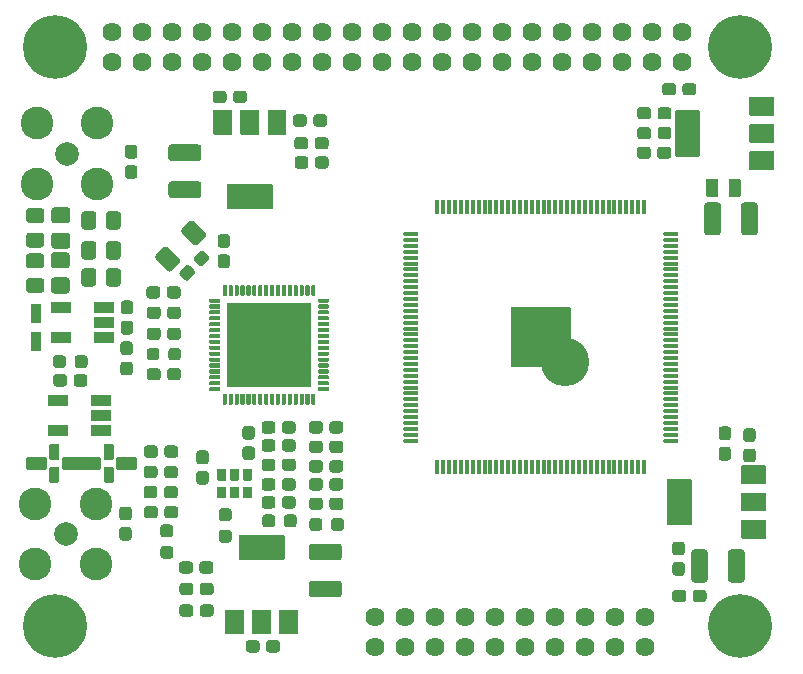
<source format=gts>
%TF.GenerationSoftware,KiCad,Pcbnew,(5.1.8)-1*%
%TF.CreationDate,2021-04-21T20:08:09+02:00*%
%TF.ProjectId,Radioberry,52616469-6f62-4657-9272-792e6b696361,rev?*%
%TF.SameCoordinates,Original*%
%TF.FileFunction,Soldermask,Top*%
%TF.FilePolarity,Negative*%
%FSLAX46Y46*%
G04 Gerber Fmt 4.6, Leading zero omitted, Abs format (unit mm)*
G04 Created by KiCad (PCBNEW (5.1.8)-1) date 2021-04-21 20:08:09*
%MOMM*%
%LPD*%
G01*
G04 APERTURE LIST*
%ADD10C,0.600000*%
%ADD11O,1.300000X0.380000*%
%ADD12O,0.380000X1.300000*%
%ADD13C,4.100000*%
%ADD14C,3.100000*%
%ADD15C,1.624000*%
%ADD16C,2.005000*%
%ADD17C,2.767000*%
%ADD18C,5.400000*%
G04 APERTURE END LIST*
%TO.C,R201*%
G36*
G01*
X151547000Y-85701500D02*
X151547000Y-87098500D01*
G75*
G02*
X151497000Y-87148500I-50000J0D01*
G01*
X150608000Y-87148500D01*
G75*
G02*
X150558000Y-87098500I0J50000D01*
G01*
X150558000Y-85701500D01*
G75*
G02*
X150608000Y-85651500I50000J0D01*
G01*
X151497000Y-85651500D01*
G75*
G02*
X151547000Y-85701500I0J-50000D01*
G01*
G37*
G36*
G01*
X149642000Y-85701500D02*
X149642000Y-87098500D01*
G75*
G02*
X149592000Y-87148500I-50000J0D01*
G01*
X148703000Y-87148500D01*
G75*
G02*
X148653000Y-87098500I0J50000D01*
G01*
X148653000Y-85701500D01*
G75*
G02*
X148703000Y-85651500I50000J0D01*
G01*
X149592000Y-85651500D01*
G75*
G02*
X149642000Y-85701500I0J-50000D01*
G01*
G37*
%TD*%
%TO.C,T401*%
G36*
G01*
X92925900Y-103899500D02*
X94576900Y-103899500D01*
G75*
G02*
X94626900Y-103949500I0J-50000D01*
G01*
X94626900Y-104838500D01*
G75*
G02*
X94576900Y-104888500I-50000J0D01*
G01*
X92925900Y-104888500D01*
G75*
G02*
X92875900Y-104838500I0J50000D01*
G01*
X92875900Y-103949500D01*
G75*
G02*
X92925900Y-103899500I50000J0D01*
G01*
G37*
G36*
G01*
X92925900Y-106439500D02*
X94576900Y-106439500D01*
G75*
G02*
X94626900Y-106489500I0J-50000D01*
G01*
X94626900Y-107378500D01*
G75*
G02*
X94576900Y-107428500I-50000J0D01*
G01*
X92925900Y-107428500D01*
G75*
G02*
X92875900Y-107378500I0J50000D01*
G01*
X92875900Y-106489500D01*
G75*
G02*
X92925900Y-106439500I50000J0D01*
G01*
G37*
G36*
G01*
X96583500Y-106439500D02*
X98234500Y-106439500D01*
G75*
G02*
X98284500Y-106489500I0J-50000D01*
G01*
X98284500Y-107378500D01*
G75*
G02*
X98234500Y-107428500I-50000J0D01*
G01*
X96583500Y-107428500D01*
G75*
G02*
X96533500Y-107378500I0J50000D01*
G01*
X96533500Y-106489500D01*
G75*
G02*
X96583500Y-106439500I50000J0D01*
G01*
G37*
G36*
G01*
X96583500Y-105169500D02*
X98234500Y-105169500D01*
G75*
G02*
X98284500Y-105219500I0J-50000D01*
G01*
X98284500Y-106108500D01*
G75*
G02*
X98234500Y-106158500I-50000J0D01*
G01*
X96583500Y-106158500D01*
G75*
G02*
X96533500Y-106108500I0J50000D01*
G01*
X96533500Y-105219500D01*
G75*
G02*
X96583500Y-105169500I50000J0D01*
G01*
G37*
G36*
G01*
X96583500Y-103899500D02*
X98234500Y-103899500D01*
G75*
G02*
X98284500Y-103949500I0J-50000D01*
G01*
X98284500Y-104838500D01*
G75*
G02*
X98234500Y-104888500I-50000J0D01*
G01*
X96583500Y-104888500D01*
G75*
G02*
X96533500Y-104838500I0J50000D01*
G01*
X96533500Y-103949500D01*
G75*
G02*
X96583500Y-103899500I50000J0D01*
G01*
G37*
%TD*%
%TO.C,X400*%
G36*
G01*
X107252300Y-112636300D02*
X107252300Y-111747300D01*
G75*
G02*
X107302300Y-111697300I50000J0D01*
G01*
X107937300Y-111697300D01*
G75*
G02*
X107987300Y-111747300I0J-50000D01*
G01*
X107987300Y-112636300D01*
G75*
G02*
X107937300Y-112686300I-50000J0D01*
G01*
X107302300Y-112686300D01*
G75*
G02*
X107252300Y-112636300I0J50000D01*
G01*
G37*
G36*
G01*
X108343100Y-112636300D02*
X108343100Y-111747300D01*
G75*
G02*
X108393100Y-111697300I50000J0D01*
G01*
X109028100Y-111697300D01*
G75*
G02*
X109078100Y-111747300I0J-50000D01*
G01*
X109078100Y-112636300D01*
G75*
G02*
X109028100Y-112686300I-50000J0D01*
G01*
X108393100Y-112686300D01*
G75*
G02*
X108343100Y-112636300I0J50000D01*
G01*
G37*
G36*
G01*
X109436700Y-112636300D02*
X109436700Y-111747300D01*
G75*
G02*
X109486700Y-111697300I50000J0D01*
G01*
X110121700Y-111697300D01*
G75*
G02*
X110171700Y-111747300I0J-50000D01*
G01*
X110171700Y-112636300D01*
G75*
G02*
X110121700Y-112686300I-50000J0D01*
G01*
X109486700Y-112686300D01*
G75*
G02*
X109436700Y-112636300I0J50000D01*
G01*
G37*
G36*
G01*
X109436700Y-111137700D02*
X109436700Y-110248700D01*
G75*
G02*
X109486700Y-110198700I50000J0D01*
G01*
X110121700Y-110198700D01*
G75*
G02*
X110171700Y-110248700I0J-50000D01*
G01*
X110171700Y-111137700D01*
G75*
G02*
X110121700Y-111187700I-50000J0D01*
G01*
X109486700Y-111187700D01*
G75*
G02*
X109436700Y-111137700I0J50000D01*
G01*
G37*
G36*
G01*
X108343100Y-111137700D02*
X108343100Y-110248700D01*
G75*
G02*
X108393100Y-110198700I50000J0D01*
G01*
X109028100Y-110198700D01*
G75*
G02*
X109078100Y-110248700I0J-50000D01*
G01*
X109078100Y-111137700D01*
G75*
G02*
X109028100Y-111187700I-50000J0D01*
G01*
X108393100Y-111187700D01*
G75*
G02*
X108343100Y-111137700I0J50000D01*
G01*
G37*
G36*
G01*
X107252300Y-111137700D02*
X107252300Y-110248700D01*
G75*
G02*
X107302300Y-110198700I50000J0D01*
G01*
X107937300Y-110198700D01*
G75*
G02*
X107987300Y-110248700I0J-50000D01*
G01*
X107987300Y-111137700D01*
G75*
G02*
X107937300Y-111187700I-50000J0D01*
G01*
X107302300Y-111187700D01*
G75*
G02*
X107252300Y-111137700I0J50000D01*
G01*
G37*
%TD*%
%TO.C,T402*%
G36*
G01*
X93179900Y-96025500D02*
X94830900Y-96025500D01*
G75*
G02*
X94880900Y-96075500I0J-50000D01*
G01*
X94880900Y-96964500D01*
G75*
G02*
X94830900Y-97014500I-50000J0D01*
G01*
X93179900Y-97014500D01*
G75*
G02*
X93129900Y-96964500I0J50000D01*
G01*
X93129900Y-96075500D01*
G75*
G02*
X93179900Y-96025500I50000J0D01*
G01*
G37*
G36*
G01*
X93179900Y-98565500D02*
X94830900Y-98565500D01*
G75*
G02*
X94880900Y-98615500I0J-50000D01*
G01*
X94880900Y-99504500D01*
G75*
G02*
X94830900Y-99554500I-50000J0D01*
G01*
X93179900Y-99554500D01*
G75*
G02*
X93129900Y-99504500I0J50000D01*
G01*
X93129900Y-98615500D01*
G75*
G02*
X93179900Y-98565500I50000J0D01*
G01*
G37*
G36*
G01*
X96837500Y-98565500D02*
X98488500Y-98565500D01*
G75*
G02*
X98538500Y-98615500I0J-50000D01*
G01*
X98538500Y-99504500D01*
G75*
G02*
X98488500Y-99554500I-50000J0D01*
G01*
X96837500Y-99554500D01*
G75*
G02*
X96787500Y-99504500I0J50000D01*
G01*
X96787500Y-98615500D01*
G75*
G02*
X96837500Y-98565500I50000J0D01*
G01*
G37*
G36*
G01*
X96837500Y-97295500D02*
X98488500Y-97295500D01*
G75*
G02*
X98538500Y-97345500I0J-50000D01*
G01*
X98538500Y-98234500D01*
G75*
G02*
X98488500Y-98284500I-50000J0D01*
G01*
X96837500Y-98284500D01*
G75*
G02*
X96787500Y-98234500I0J50000D01*
G01*
X96787500Y-97345500D01*
G75*
G02*
X96837500Y-97295500I50000J0D01*
G01*
G37*
G36*
G01*
X96837500Y-96025500D02*
X98488500Y-96025500D01*
G75*
G02*
X98538500Y-96075500I0J-50000D01*
G01*
X98538500Y-96964500D01*
G75*
G02*
X98488500Y-97014500I-50000J0D01*
G01*
X96837500Y-97014500D01*
G75*
G02*
X96787500Y-96964500I0J50000D01*
G01*
X96787500Y-96075500D01*
G75*
G02*
X96837500Y-96025500I50000J0D01*
G01*
G37*
%TD*%
%TO.C,C419*%
G36*
G01*
X113889000Y-111243500D02*
X113889000Y-111768500D01*
G75*
G02*
X113626500Y-112031000I-262500J0D01*
G01*
X112976500Y-112031000D01*
G75*
G02*
X112714000Y-111768500I0J262500D01*
G01*
X112714000Y-111243500D01*
G75*
G02*
X112976500Y-110981000I262500J0D01*
G01*
X113626500Y-110981000D01*
G75*
G02*
X113889000Y-111243500I0J-262500D01*
G01*
G37*
G36*
G01*
X112164000Y-111243500D02*
X112164000Y-111768500D01*
G75*
G02*
X111901500Y-112031000I-262500J0D01*
G01*
X111251500Y-112031000D01*
G75*
G02*
X110989000Y-111768500I0J262500D01*
G01*
X110989000Y-111243500D01*
G75*
G02*
X111251500Y-110981000I262500J0D01*
G01*
X111901500Y-110981000D01*
G75*
G02*
X112164000Y-111243500I0J-262500D01*
G01*
G37*
%TD*%
%TO.C,L402*%
G36*
G01*
X93427560Y-93980800D02*
X94481640Y-93980800D01*
G75*
G02*
X94766600Y-94265760I0J-284960D01*
G01*
X94766600Y-95065840D01*
G75*
G02*
X94481640Y-95350800I-284960J0D01*
G01*
X93427560Y-95350800D01*
G75*
G02*
X93142600Y-95065840I0J284960D01*
G01*
X93142600Y-94265760D01*
G75*
G02*
X93427560Y-93980800I284960J0D01*
G01*
G37*
G36*
G01*
X93427560Y-91847200D02*
X94481640Y-91847200D01*
G75*
G02*
X94766600Y-92132160I0J-284960D01*
G01*
X94766600Y-92932240D01*
G75*
G02*
X94481640Y-93217200I-284960J0D01*
G01*
X93427560Y-93217200D01*
G75*
G02*
X93142600Y-92932240I0J284960D01*
G01*
X93142600Y-92132160D01*
G75*
G02*
X93427560Y-91847200I284960J0D01*
G01*
G37*
%TD*%
%TO.C,L401*%
G36*
G01*
X93472960Y-90181800D02*
X94527040Y-90181800D01*
G75*
G02*
X94812000Y-90466760I0J-284960D01*
G01*
X94812000Y-91266840D01*
G75*
G02*
X94527040Y-91551800I-284960J0D01*
G01*
X93472960Y-91551800D01*
G75*
G02*
X93188000Y-91266840I0J284960D01*
G01*
X93188000Y-90466760D01*
G75*
G02*
X93472960Y-90181800I284960J0D01*
G01*
G37*
G36*
G01*
X93472960Y-88048200D02*
X94527040Y-88048200D01*
G75*
G02*
X94812000Y-88333160I0J-284960D01*
G01*
X94812000Y-89133240D01*
G75*
G02*
X94527040Y-89418200I-284960J0D01*
G01*
X93472960Y-89418200D01*
G75*
G02*
X93188000Y-89133240I0J284960D01*
G01*
X93188000Y-88333160D01*
G75*
G02*
X93472960Y-88048200I284960J0D01*
G01*
G37*
%TD*%
%TO.C,FB406*%
G36*
G01*
X107649600Y-115350200D02*
X108199600Y-115350200D01*
G75*
G02*
X108474600Y-115625200I0J-275000D01*
G01*
X108474600Y-116175200D01*
G75*
G02*
X108199600Y-116450200I-275000J0D01*
G01*
X107649600Y-116450200D01*
G75*
G02*
X107374600Y-116175200I0J275000D01*
G01*
X107374600Y-115625200D01*
G75*
G02*
X107649600Y-115350200I275000J0D01*
G01*
G37*
G36*
G01*
X107649600Y-113525200D02*
X108199600Y-113525200D01*
G75*
G02*
X108474600Y-113800200I0J-275000D01*
G01*
X108474600Y-114350200D01*
G75*
G02*
X108199600Y-114625200I-275000J0D01*
G01*
X107649600Y-114625200D01*
G75*
G02*
X107374600Y-114350200I0J275000D01*
G01*
X107374600Y-113800200D01*
G75*
G02*
X107649600Y-113525200I275000J0D01*
G01*
G37*
%TD*%
%TO.C,FB405*%
G36*
G01*
X102696600Y-116718000D02*
X103246600Y-116718000D01*
G75*
G02*
X103521600Y-116993000I0J-275000D01*
G01*
X103521600Y-117543000D01*
G75*
G02*
X103246600Y-117818000I-275000J0D01*
G01*
X102696600Y-117818000D01*
G75*
G02*
X102421600Y-117543000I0J275000D01*
G01*
X102421600Y-116993000D01*
G75*
G02*
X102696600Y-116718000I275000J0D01*
G01*
G37*
G36*
G01*
X102696600Y-114893000D02*
X103246600Y-114893000D01*
G75*
G02*
X103521600Y-115168000I0J-275000D01*
G01*
X103521600Y-115718000D01*
G75*
G02*
X103246600Y-115993000I-275000J0D01*
G01*
X102696600Y-115993000D01*
G75*
G02*
X102421600Y-115718000I0J275000D01*
G01*
X102421600Y-115168000D01*
G75*
G02*
X102696600Y-114893000I275000J0D01*
G01*
G37*
%TD*%
%TO.C,FB404*%
G36*
G01*
X112137500Y-114325000D02*
X112137500Y-114875000D01*
G75*
G02*
X111862500Y-115150000I-275000J0D01*
G01*
X111312500Y-115150000D01*
G75*
G02*
X111037500Y-114875000I0J275000D01*
G01*
X111037500Y-114325000D01*
G75*
G02*
X111312500Y-114050000I275000J0D01*
G01*
X111862500Y-114050000D01*
G75*
G02*
X112137500Y-114325000I0J-275000D01*
G01*
G37*
G36*
G01*
X113962500Y-114325000D02*
X113962500Y-114875000D01*
G75*
G02*
X113687500Y-115150000I-275000J0D01*
G01*
X113137500Y-115150000D01*
G75*
G02*
X112862500Y-114875000I0J275000D01*
G01*
X112862500Y-114325000D01*
G75*
G02*
X113137500Y-114050000I275000J0D01*
G01*
X113687500Y-114050000D01*
G75*
G02*
X113962500Y-114325000I0J-275000D01*
G01*
G37*
%TD*%
%TO.C,FB402*%
G36*
G01*
X116862500Y-115175000D02*
X116862500Y-114625000D01*
G75*
G02*
X117137500Y-114350000I275000J0D01*
G01*
X117687500Y-114350000D01*
G75*
G02*
X117962500Y-114625000I0J-275000D01*
G01*
X117962500Y-115175000D01*
G75*
G02*
X117687500Y-115450000I-275000J0D01*
G01*
X117137500Y-115450000D01*
G75*
G02*
X116862500Y-115175000I0J275000D01*
G01*
G37*
G36*
G01*
X115037500Y-115175000D02*
X115037500Y-114625000D01*
G75*
G02*
X115312500Y-114350000I275000J0D01*
G01*
X115862500Y-114350000D01*
G75*
G02*
X116137500Y-114625000I0J-275000D01*
G01*
X116137500Y-115175000D01*
G75*
G02*
X115862500Y-115450000I-275000J0D01*
G01*
X115312500Y-115450000D01*
G75*
G02*
X115037500Y-115175000I0J275000D01*
G01*
G37*
%TD*%
%TO.C,FB401*%
G36*
G01*
X95157200Y-101392400D02*
X95157200Y-100842400D01*
G75*
G02*
X95432200Y-100567400I275000J0D01*
G01*
X95982200Y-100567400D01*
G75*
G02*
X96257200Y-100842400I0J-275000D01*
G01*
X96257200Y-101392400D01*
G75*
G02*
X95982200Y-101667400I-275000J0D01*
G01*
X95432200Y-101667400D01*
G75*
G02*
X95157200Y-101392400I0J275000D01*
G01*
G37*
G36*
G01*
X93332200Y-101392400D02*
X93332200Y-100842400D01*
G75*
G02*
X93607200Y-100567400I275000J0D01*
G01*
X94157200Y-100567400D01*
G75*
G02*
X94432200Y-100842400I0J-275000D01*
G01*
X94432200Y-101392400D01*
G75*
G02*
X94157200Y-101667400I-275000J0D01*
G01*
X93607200Y-101667400D01*
G75*
G02*
X93332200Y-101392400I0J275000D01*
G01*
G37*
%TD*%
%TO.C,F402*%
G36*
G01*
X95834200Y-109283500D02*
X95834200Y-110172500D01*
G75*
G02*
X95732600Y-110274100I-101600J0D01*
G01*
X94208600Y-110274100D01*
G75*
G02*
X94107000Y-110172500I0J101600D01*
G01*
X94107000Y-109283500D01*
G75*
G02*
X94208600Y-109181900I101600J0D01*
G01*
X95732600Y-109181900D01*
G75*
G02*
X95834200Y-109283500I0J-101600D01*
G01*
G37*
G36*
G01*
X93865762Y-108191300D02*
X93865762Y-109334300D01*
G75*
G02*
X93764162Y-109435900I-101600J0D01*
G01*
X93129162Y-109435900D01*
G75*
G02*
X93027562Y-109334300I0J101600D01*
G01*
X93027562Y-108191300D01*
G75*
G02*
X93129162Y-108089700I101600J0D01*
G01*
X93764162Y-108089700D01*
G75*
G02*
X93865762Y-108191300I0J-101600D01*
G01*
G37*
G36*
G01*
X93865762Y-110121700D02*
X93865762Y-111264700D01*
G75*
G02*
X93764162Y-111366300I-101600J0D01*
G01*
X93129162Y-111366300D01*
G75*
G02*
X93027562Y-111264700I0J101600D01*
G01*
X93027562Y-110121700D01*
G75*
G02*
X93129162Y-110020100I101600J0D01*
G01*
X93764162Y-110020100D01*
G75*
G02*
X93865762Y-110121700I0J-101600D01*
G01*
G37*
G36*
G01*
X92786200Y-109283500D02*
X92786200Y-110172500D01*
G75*
G02*
X92684600Y-110274100I-101600J0D01*
G01*
X91160600Y-110274100D01*
G75*
G02*
X91059000Y-110172500I0J101600D01*
G01*
X91059000Y-109283500D01*
G75*
G02*
X91160600Y-109181900I101600J0D01*
G01*
X92684600Y-109181900D01*
G75*
G02*
X92786200Y-109283500I0J-101600D01*
G01*
G37*
%TD*%
%TO.C,F401*%
G36*
G01*
X100431600Y-109283500D02*
X100431600Y-110172500D01*
G75*
G02*
X100330000Y-110274100I-101600J0D01*
G01*
X98806000Y-110274100D01*
G75*
G02*
X98704400Y-110172500I0J101600D01*
G01*
X98704400Y-109283500D01*
G75*
G02*
X98806000Y-109181900I101600J0D01*
G01*
X100330000Y-109181900D01*
G75*
G02*
X100431600Y-109283500I0J-101600D01*
G01*
G37*
G36*
G01*
X98463162Y-108191300D02*
X98463162Y-109334300D01*
G75*
G02*
X98361562Y-109435900I-101600J0D01*
G01*
X97726562Y-109435900D01*
G75*
G02*
X97624962Y-109334300I0J101600D01*
G01*
X97624962Y-108191300D01*
G75*
G02*
X97726562Y-108089700I101600J0D01*
G01*
X98361562Y-108089700D01*
G75*
G02*
X98463162Y-108191300I0J-101600D01*
G01*
G37*
G36*
G01*
X98463162Y-110121700D02*
X98463162Y-111264700D01*
G75*
G02*
X98361562Y-111366300I-101600J0D01*
G01*
X97726562Y-111366300D01*
G75*
G02*
X97624962Y-111264700I0J101600D01*
G01*
X97624962Y-110121700D01*
G75*
G02*
X97726562Y-110020100I101600J0D01*
G01*
X98361562Y-110020100D01*
G75*
G02*
X98463162Y-110121700I0J-101600D01*
G01*
G37*
G36*
G01*
X97383600Y-109283500D02*
X97383600Y-110172500D01*
G75*
G02*
X97282000Y-110274100I-101600J0D01*
G01*
X95758000Y-110274100D01*
G75*
G02*
X95656400Y-110172500I0J101600D01*
G01*
X95656400Y-109283500D01*
G75*
G02*
X95758000Y-109181900I101600J0D01*
G01*
X97282000Y-109181900D01*
G75*
G02*
X97383600Y-109283500I0J-101600D01*
G01*
G37*
%TD*%
%TO.C,D401*%
G36*
G01*
X92292120Y-97812760D02*
X91492120Y-97812760D01*
G75*
G02*
X91442120Y-97762760I0J50000D01*
G01*
X91442120Y-96262760D01*
G75*
G02*
X91492120Y-96212760I50000J0D01*
G01*
X92292120Y-96212760D01*
G75*
G02*
X92342120Y-96262760I0J-50000D01*
G01*
X92342120Y-97762760D01*
G75*
G02*
X92292120Y-97812760I-50000J0D01*
G01*
G37*
G36*
G01*
X92292120Y-100174960D02*
X91492120Y-100174960D01*
G75*
G02*
X91442120Y-100124960I0J50000D01*
G01*
X91442120Y-98624960D01*
G75*
G02*
X91492120Y-98574960I50000J0D01*
G01*
X92292120Y-98574960D01*
G75*
G02*
X92342120Y-98624960I0J-50000D01*
G01*
X92342120Y-100124960D01*
G75*
G02*
X92292120Y-100174960I-50000J0D01*
G01*
G37*
%TD*%
%TO.C,C408*%
G36*
G01*
X105235422Y-91206248D02*
X104272152Y-90242978D01*
G75*
G02*
X104272152Y-89862746I190116J190116D01*
G01*
X104899546Y-89235352D01*
G75*
G02*
X105279778Y-89235352I190116J-190116D01*
G01*
X106243048Y-90198622D01*
G75*
G02*
X106243048Y-90578854I-190116J-190116D01*
G01*
X105615654Y-91206248D01*
G75*
G02*
X105235422Y-91206248I-190116J190116D01*
G01*
G37*
G36*
G01*
X103025714Y-93415956D02*
X102062444Y-92452686D01*
G75*
G02*
X102062444Y-92072454I190116J190116D01*
G01*
X102689838Y-91445060D01*
G75*
G02*
X103070070Y-91445060I190116J-190116D01*
G01*
X104033340Y-92408330D01*
G75*
G02*
X104033340Y-92788562I-190116J-190116D01*
G01*
X103405946Y-93415956D01*
G75*
G02*
X103025714Y-93415956I-190116J190116D01*
G01*
G37*
%TD*%
%TO.C,C407*%
G36*
G01*
X95734000Y-94483724D02*
X95734000Y-93476276D01*
G75*
G02*
X96005276Y-93205000I271276J0D01*
G01*
X96737724Y-93205000D01*
G75*
G02*
X97009000Y-93476276I0J-271276D01*
G01*
X97009000Y-94483724D01*
G75*
G02*
X96737724Y-94755000I-271276J0D01*
G01*
X96005276Y-94755000D01*
G75*
G02*
X95734000Y-94483724I0J271276D01*
G01*
G37*
G36*
G01*
X97809000Y-94483724D02*
X97809000Y-93476276D01*
G75*
G02*
X98080276Y-93205000I271276J0D01*
G01*
X98812724Y-93205000D01*
G75*
G02*
X99084000Y-93476276I0J-271276D01*
G01*
X99084000Y-94483724D01*
G75*
G02*
X98812724Y-94755000I-271276J0D01*
G01*
X98080276Y-94755000D01*
G75*
G02*
X97809000Y-94483724I0J271276D01*
G01*
G37*
%TD*%
%TO.C,C406*%
G36*
G01*
X92324724Y-95303300D02*
X91317276Y-95303300D01*
G75*
G02*
X91046000Y-95032024I0J271276D01*
G01*
X91046000Y-94299576D01*
G75*
G02*
X91317276Y-94028300I271276J0D01*
G01*
X92324724Y-94028300D01*
G75*
G02*
X92596000Y-94299576I0J-271276D01*
G01*
X92596000Y-95032024D01*
G75*
G02*
X92324724Y-95303300I-271276J0D01*
G01*
G37*
G36*
G01*
X92324724Y-93228300D02*
X91317276Y-93228300D01*
G75*
G02*
X91046000Y-92957024I0J271276D01*
G01*
X91046000Y-92224576D01*
G75*
G02*
X91317276Y-91953300I271276J0D01*
G01*
X92324724Y-91953300D01*
G75*
G02*
X92596000Y-92224576I0J-271276D01*
G01*
X92596000Y-92957024D01*
G75*
G02*
X92324724Y-93228300I-271276J0D01*
G01*
G37*
%TD*%
%TO.C,C405*%
G36*
G01*
X95734000Y-92197724D02*
X95734000Y-91190276D01*
G75*
G02*
X96005276Y-90919000I271276J0D01*
G01*
X96737724Y-90919000D01*
G75*
G02*
X97009000Y-91190276I0J-271276D01*
G01*
X97009000Y-92197724D01*
G75*
G02*
X96737724Y-92469000I-271276J0D01*
G01*
X96005276Y-92469000D01*
G75*
G02*
X95734000Y-92197724I0J271276D01*
G01*
G37*
G36*
G01*
X97809000Y-92197724D02*
X97809000Y-91190276D01*
G75*
G02*
X98080276Y-90919000I271276J0D01*
G01*
X98812724Y-90919000D01*
G75*
G02*
X99084000Y-91190276I0J-271276D01*
G01*
X99084000Y-92197724D01*
G75*
G02*
X98812724Y-92469000I-271276J0D01*
G01*
X98080276Y-92469000D01*
G75*
G02*
X97809000Y-92197724I0J271276D01*
G01*
G37*
%TD*%
%TO.C,C404*%
G36*
G01*
X92324724Y-91464000D02*
X91317276Y-91464000D01*
G75*
G02*
X91046000Y-91192724I0J271276D01*
G01*
X91046000Y-90460276D01*
G75*
G02*
X91317276Y-90189000I271276J0D01*
G01*
X92324724Y-90189000D01*
G75*
G02*
X92596000Y-90460276I0J-271276D01*
G01*
X92596000Y-91192724D01*
G75*
G02*
X92324724Y-91464000I-271276J0D01*
G01*
G37*
G36*
G01*
X92324724Y-89389000D02*
X91317276Y-89389000D01*
G75*
G02*
X91046000Y-89117724I0J271276D01*
G01*
X91046000Y-88385276D01*
G75*
G02*
X91317276Y-88114000I271276J0D01*
G01*
X92324724Y-88114000D01*
G75*
G02*
X92596000Y-88385276I0J-271276D01*
G01*
X92596000Y-89117724D01*
G75*
G02*
X92324724Y-89389000I-271276J0D01*
G01*
G37*
%TD*%
%TO.C,C403*%
G36*
G01*
X95734000Y-89657724D02*
X95734000Y-88650276D01*
G75*
G02*
X96005276Y-88379000I271276J0D01*
G01*
X96737724Y-88379000D01*
G75*
G02*
X97009000Y-88650276I0J-271276D01*
G01*
X97009000Y-89657724D01*
G75*
G02*
X96737724Y-89929000I-271276J0D01*
G01*
X96005276Y-89929000D01*
G75*
G02*
X95734000Y-89657724I0J271276D01*
G01*
G37*
G36*
G01*
X97809000Y-89657724D02*
X97809000Y-88650276D01*
G75*
G02*
X98080276Y-88379000I271276J0D01*
G01*
X98812724Y-88379000D01*
G75*
G02*
X99084000Y-88650276I0J-271276D01*
G01*
X99084000Y-89657724D01*
G75*
G02*
X98812724Y-89929000I-271276J0D01*
G01*
X98080276Y-89929000D01*
G75*
G02*
X97809000Y-89657724I0J271276D01*
G01*
G37*
%TD*%
%TO.C,C220*%
G36*
G01*
X151585900Y-90158135D02*
X151585900Y-87895865D01*
G75*
G02*
X151854765Y-87627000I268865J0D01*
G01*
X152742035Y-87627000D01*
G75*
G02*
X153010900Y-87895865I0J-268865D01*
G01*
X153010900Y-90158135D01*
G75*
G02*
X152742035Y-90427000I-268865J0D01*
G01*
X151854765Y-90427000D01*
G75*
G02*
X151585900Y-90158135I0J268865D01*
G01*
G37*
G36*
G01*
X148460900Y-90158135D02*
X148460900Y-87895865D01*
G75*
G02*
X148729765Y-87627000I268865J0D01*
G01*
X149617035Y-87627000D01*
G75*
G02*
X149885900Y-87895865I0J-268865D01*
G01*
X149885900Y-90158135D01*
G75*
G02*
X149617035Y-90427000I-268865J0D01*
G01*
X148729765Y-90427000D01*
G75*
G02*
X148460900Y-90158135I0J268865D01*
G01*
G37*
%TD*%
%TO.C,C215*%
G36*
G01*
X105631135Y-84150000D02*
X103368865Y-84150000D01*
G75*
G02*
X103100000Y-83881135I0J268865D01*
G01*
X103100000Y-82993865D01*
G75*
G02*
X103368865Y-82725000I268865J0D01*
G01*
X105631135Y-82725000D01*
G75*
G02*
X105900000Y-82993865I0J-268865D01*
G01*
X105900000Y-83881135D01*
G75*
G02*
X105631135Y-84150000I-268865J0D01*
G01*
G37*
G36*
G01*
X105631135Y-87275000D02*
X103368865Y-87275000D01*
G75*
G02*
X103100000Y-87006135I0J268865D01*
G01*
X103100000Y-86118865D01*
G75*
G02*
X103368865Y-85850000I268865J0D01*
G01*
X105631135Y-85850000D01*
G75*
G02*
X105900000Y-86118865I0J-268865D01*
G01*
X105900000Y-87006135D01*
G75*
G02*
X105631135Y-87275000I-268865J0D01*
G01*
G37*
%TD*%
%TO.C,C214*%
G36*
G01*
X115268865Y-119650000D02*
X117531135Y-119650000D01*
G75*
G02*
X117800000Y-119918865I0J-268865D01*
G01*
X117800000Y-120806135D01*
G75*
G02*
X117531135Y-121075000I-268865J0D01*
G01*
X115268865Y-121075000D01*
G75*
G02*
X115000000Y-120806135I0J268865D01*
G01*
X115000000Y-119918865D01*
G75*
G02*
X115268865Y-119650000I268865J0D01*
G01*
G37*
G36*
G01*
X115268865Y-116525000D02*
X117531135Y-116525000D01*
G75*
G02*
X117800000Y-116793865I0J-268865D01*
G01*
X117800000Y-117681135D01*
G75*
G02*
X117531135Y-117950000I-268865J0D01*
G01*
X115268865Y-117950000D01*
G75*
G02*
X115000000Y-117681135I0J268865D01*
G01*
X115000000Y-116793865D01*
G75*
G02*
X115268865Y-116525000I268865J0D01*
G01*
G37*
%TD*%
%TO.C,C213*%
G36*
G01*
X150481400Y-119545935D02*
X150481400Y-117283665D01*
G75*
G02*
X150750265Y-117014800I268865J0D01*
G01*
X151637535Y-117014800D01*
G75*
G02*
X151906400Y-117283665I0J-268865D01*
G01*
X151906400Y-119545935D01*
G75*
G02*
X151637535Y-119814800I-268865J0D01*
G01*
X150750265Y-119814800D01*
G75*
G02*
X150481400Y-119545935I0J268865D01*
G01*
G37*
G36*
G01*
X147356400Y-119545935D02*
X147356400Y-117283665D01*
G75*
G02*
X147625265Y-117014800I268865J0D01*
G01*
X148512535Y-117014800D01*
G75*
G02*
X148781400Y-117283665I0J-268865D01*
G01*
X148781400Y-119545935D01*
G75*
G02*
X148512535Y-119814800I-268865J0D01*
G01*
X147625265Y-119814800D01*
G75*
G02*
X147356400Y-119545935I0J268865D01*
G01*
G37*
%TD*%
%TO.C,C217*%
G36*
G01*
X145697700Y-79823700D02*
X145697700Y-80348700D01*
G75*
G02*
X145435200Y-80611200I-262500J0D01*
G01*
X144785200Y-80611200D01*
G75*
G02*
X144522700Y-80348700I0J262500D01*
G01*
X144522700Y-79823700D01*
G75*
G02*
X144785200Y-79561200I262500J0D01*
G01*
X145435200Y-79561200D01*
G75*
G02*
X145697700Y-79823700I0J-262500D01*
G01*
G37*
G36*
G01*
X143972700Y-79823700D02*
X143972700Y-80348700D01*
G75*
G02*
X143710200Y-80611200I-262500J0D01*
G01*
X143060200Y-80611200D01*
G75*
G02*
X142797700Y-80348700I0J262500D01*
G01*
X142797700Y-79823700D01*
G75*
G02*
X143060200Y-79561200I262500J0D01*
G01*
X143710200Y-79561200D01*
G75*
G02*
X143972700Y-79823700I0J-262500D01*
G01*
G37*
%TD*%
%TO.C,C211*%
G36*
G01*
X104035100Y-122461900D02*
X104035100Y-121936900D01*
G75*
G02*
X104297600Y-121674400I262500J0D01*
G01*
X104947600Y-121674400D01*
G75*
G02*
X105210100Y-121936900I0J-262500D01*
G01*
X105210100Y-122461900D01*
G75*
G02*
X104947600Y-122724400I-262500J0D01*
G01*
X104297600Y-122724400D01*
G75*
G02*
X104035100Y-122461900I0J262500D01*
G01*
G37*
G36*
G01*
X105760100Y-122461900D02*
X105760100Y-121936900D01*
G75*
G02*
X106022600Y-121674400I262500J0D01*
G01*
X106672600Y-121674400D01*
G75*
G02*
X106935100Y-121936900I0J-262500D01*
G01*
X106935100Y-122461900D01*
G75*
G02*
X106672600Y-122724400I-262500J0D01*
G01*
X106022600Y-122724400D01*
G75*
G02*
X105760100Y-122461900I0J262500D01*
G01*
G37*
%TD*%
%TO.C,R403*%
G36*
G01*
X104169500Y-100219900D02*
X104169500Y-100744900D01*
G75*
G02*
X103907000Y-101007400I-262500J0D01*
G01*
X103357000Y-101007400D01*
G75*
G02*
X103094500Y-100744900I0J262500D01*
G01*
X103094500Y-100219900D01*
G75*
G02*
X103357000Y-99957400I262500J0D01*
G01*
X103907000Y-99957400D01*
G75*
G02*
X104169500Y-100219900I0J-262500D01*
G01*
G37*
G36*
G01*
X102344500Y-100219900D02*
X102344500Y-100744900D01*
G75*
G02*
X102082000Y-101007400I-262500J0D01*
G01*
X101532000Y-101007400D01*
G75*
G02*
X101269500Y-100744900I0J262500D01*
G01*
X101269500Y-100219900D01*
G75*
G02*
X101532000Y-99957400I262500J0D01*
G01*
X102082000Y-99957400D01*
G75*
G02*
X102344500Y-100219900I0J-262500D01*
G01*
G37*
%TD*%
%TO.C,C438*%
G36*
G01*
X109637500Y-106550000D02*
X110162500Y-106550000D01*
G75*
G02*
X110425000Y-106812500I0J-262500D01*
G01*
X110425000Y-107462500D01*
G75*
G02*
X110162500Y-107725000I-262500J0D01*
G01*
X109637500Y-107725000D01*
G75*
G02*
X109375000Y-107462500I0J262500D01*
G01*
X109375000Y-106812500D01*
G75*
G02*
X109637500Y-106550000I262500J0D01*
G01*
G37*
G36*
G01*
X109637500Y-108275000D02*
X110162500Y-108275000D01*
G75*
G02*
X110425000Y-108537500I0J-262500D01*
G01*
X110425000Y-109187500D01*
G75*
G02*
X110162500Y-109450000I-262500J0D01*
G01*
X109637500Y-109450000D01*
G75*
G02*
X109375000Y-109187500I0J262500D01*
G01*
X109375000Y-108537500D01*
G75*
G02*
X109637500Y-108275000I262500J0D01*
G01*
G37*
%TD*%
%TO.C,C437*%
G36*
G01*
X105731700Y-108633600D02*
X106256700Y-108633600D01*
G75*
G02*
X106519200Y-108896100I0J-262500D01*
G01*
X106519200Y-109546100D01*
G75*
G02*
X106256700Y-109808600I-262500J0D01*
G01*
X105731700Y-109808600D01*
G75*
G02*
X105469200Y-109546100I0J262500D01*
G01*
X105469200Y-108896100D01*
G75*
G02*
X105731700Y-108633600I262500J0D01*
G01*
G37*
G36*
G01*
X105731700Y-110358600D02*
X106256700Y-110358600D01*
G75*
G02*
X106519200Y-110621100I0J-262500D01*
G01*
X106519200Y-111271100D01*
G75*
G02*
X106256700Y-111533600I-262500J0D01*
G01*
X105731700Y-111533600D01*
G75*
G02*
X105469200Y-111271100I0J262500D01*
G01*
X105469200Y-110621100D01*
G75*
G02*
X105731700Y-110358600I262500J0D01*
G01*
G37*
%TD*%
%TO.C,C436*%
G36*
G01*
X103937900Y-113605700D02*
X103937900Y-114130700D01*
G75*
G02*
X103675400Y-114393200I-262500J0D01*
G01*
X103025400Y-114393200D01*
G75*
G02*
X102762900Y-114130700I0J262500D01*
G01*
X102762900Y-113605700D01*
G75*
G02*
X103025400Y-113343200I262500J0D01*
G01*
X103675400Y-113343200D01*
G75*
G02*
X103937900Y-113605700I0J-262500D01*
G01*
G37*
G36*
G01*
X102212900Y-113605700D02*
X102212900Y-114130700D01*
G75*
G02*
X101950400Y-114393200I-262500J0D01*
G01*
X101300400Y-114393200D01*
G75*
G02*
X101037900Y-114130700I0J262500D01*
G01*
X101037900Y-113605700D01*
G75*
G02*
X101300400Y-113343200I262500J0D01*
G01*
X101950400Y-113343200D01*
G75*
G02*
X102212900Y-113605700I0J-262500D01*
G01*
G37*
%TD*%
%TO.C,C435*%
G36*
G01*
X113889000Y-112767500D02*
X113889000Y-113292500D01*
G75*
G02*
X113626500Y-113555000I-262500J0D01*
G01*
X112976500Y-113555000D01*
G75*
G02*
X112714000Y-113292500I0J262500D01*
G01*
X112714000Y-112767500D01*
G75*
G02*
X112976500Y-112505000I262500J0D01*
G01*
X113626500Y-112505000D01*
G75*
G02*
X113889000Y-112767500I0J-262500D01*
G01*
G37*
G36*
G01*
X112164000Y-112767500D02*
X112164000Y-113292500D01*
G75*
G02*
X111901500Y-113555000I-262500J0D01*
G01*
X111251500Y-113555000D01*
G75*
G02*
X110989000Y-113292500I0J262500D01*
G01*
X110989000Y-112767500D01*
G75*
G02*
X111251500Y-112505000I262500J0D01*
G01*
X111901500Y-112505000D01*
G75*
G02*
X112164000Y-112767500I0J-262500D01*
G01*
G37*
%TD*%
%TO.C,C433*%
G36*
G01*
X115009000Y-113419500D02*
X115009000Y-112894500D01*
G75*
G02*
X115271500Y-112632000I262500J0D01*
G01*
X115921500Y-112632000D01*
G75*
G02*
X116184000Y-112894500I0J-262500D01*
G01*
X116184000Y-113419500D01*
G75*
G02*
X115921500Y-113682000I-262500J0D01*
G01*
X115271500Y-113682000D01*
G75*
G02*
X115009000Y-113419500I0J262500D01*
G01*
G37*
G36*
G01*
X116734000Y-113419500D02*
X116734000Y-112894500D01*
G75*
G02*
X116996500Y-112632000I262500J0D01*
G01*
X117646500Y-112632000D01*
G75*
G02*
X117909000Y-112894500I0J-262500D01*
G01*
X117909000Y-113419500D01*
G75*
G02*
X117646500Y-113682000I-262500J0D01*
G01*
X116996500Y-113682000D01*
G75*
G02*
X116734000Y-113419500I0J262500D01*
G01*
G37*
%TD*%
%TO.C,C432*%
G36*
G01*
X103900000Y-111903900D02*
X103900000Y-112428900D01*
G75*
G02*
X103637500Y-112691400I-262500J0D01*
G01*
X102987500Y-112691400D01*
G75*
G02*
X102725000Y-112428900I0J262500D01*
G01*
X102725000Y-111903900D01*
G75*
G02*
X102987500Y-111641400I262500J0D01*
G01*
X103637500Y-111641400D01*
G75*
G02*
X103900000Y-111903900I0J-262500D01*
G01*
G37*
G36*
G01*
X102175000Y-111903900D02*
X102175000Y-112428900D01*
G75*
G02*
X101912500Y-112691400I-262500J0D01*
G01*
X101262500Y-112691400D01*
G75*
G02*
X101000000Y-112428900I0J262500D01*
G01*
X101000000Y-111903900D01*
G75*
G02*
X101262500Y-111641400I262500J0D01*
G01*
X101912500Y-111641400D01*
G75*
G02*
X102175000Y-111903900I0J-262500D01*
G01*
G37*
%TD*%
%TO.C,C431*%
G36*
G01*
X113889000Y-106417500D02*
X113889000Y-106942500D01*
G75*
G02*
X113626500Y-107205000I-262500J0D01*
G01*
X112976500Y-107205000D01*
G75*
G02*
X112714000Y-106942500I0J262500D01*
G01*
X112714000Y-106417500D01*
G75*
G02*
X112976500Y-106155000I262500J0D01*
G01*
X113626500Y-106155000D01*
G75*
G02*
X113889000Y-106417500I0J-262500D01*
G01*
G37*
G36*
G01*
X112164000Y-106417500D02*
X112164000Y-106942500D01*
G75*
G02*
X111901500Y-107205000I-262500J0D01*
G01*
X111251500Y-107205000D01*
G75*
G02*
X110989000Y-106942500I0J262500D01*
G01*
X110989000Y-106417500D01*
G75*
G02*
X111251500Y-106155000I262500J0D01*
G01*
X111901500Y-106155000D01*
G75*
G02*
X112164000Y-106417500I0J-262500D01*
G01*
G37*
%TD*%
%TO.C,C429*%
G36*
G01*
X115009000Y-111768500D02*
X115009000Y-111243500D01*
G75*
G02*
X115271500Y-110981000I262500J0D01*
G01*
X115921500Y-110981000D01*
G75*
G02*
X116184000Y-111243500I0J-262500D01*
G01*
X116184000Y-111768500D01*
G75*
G02*
X115921500Y-112031000I-262500J0D01*
G01*
X115271500Y-112031000D01*
G75*
G02*
X115009000Y-111768500I0J262500D01*
G01*
G37*
G36*
G01*
X116734000Y-111768500D02*
X116734000Y-111243500D01*
G75*
G02*
X116996500Y-110981000I262500J0D01*
G01*
X117646500Y-110981000D01*
G75*
G02*
X117909000Y-111243500I0J-262500D01*
G01*
X117909000Y-111768500D01*
G75*
G02*
X117646500Y-112031000I-262500J0D01*
G01*
X116996500Y-112031000D01*
G75*
G02*
X116734000Y-111768500I0J262500D01*
G01*
G37*
%TD*%
%TO.C,C428*%
G36*
G01*
X99830500Y-102286900D02*
X99305500Y-102286900D01*
G75*
G02*
X99043000Y-102024400I0J262500D01*
G01*
X99043000Y-101374400D01*
G75*
G02*
X99305500Y-101111900I262500J0D01*
G01*
X99830500Y-101111900D01*
G75*
G02*
X100093000Y-101374400I0J-262500D01*
G01*
X100093000Y-102024400D01*
G75*
G02*
X99830500Y-102286900I-262500J0D01*
G01*
G37*
G36*
G01*
X99830500Y-100561900D02*
X99305500Y-100561900D01*
G75*
G02*
X99043000Y-100299400I0J262500D01*
G01*
X99043000Y-99649400D01*
G75*
G02*
X99305500Y-99386900I262500J0D01*
G01*
X99830500Y-99386900D01*
G75*
G02*
X100093000Y-99649400I0J-262500D01*
G01*
X100093000Y-100299400D01*
G75*
G02*
X99830500Y-100561900I-262500J0D01*
G01*
G37*
%TD*%
%TO.C,C427*%
G36*
G01*
X113889000Y-107941500D02*
X113889000Y-108466500D01*
G75*
G02*
X113626500Y-108729000I-262500J0D01*
G01*
X112976500Y-108729000D01*
G75*
G02*
X112714000Y-108466500I0J262500D01*
G01*
X112714000Y-107941500D01*
G75*
G02*
X112976500Y-107679000I262500J0D01*
G01*
X113626500Y-107679000D01*
G75*
G02*
X113889000Y-107941500I0J-262500D01*
G01*
G37*
G36*
G01*
X112164000Y-107941500D02*
X112164000Y-108466500D01*
G75*
G02*
X111901500Y-108729000I-262500J0D01*
G01*
X111251500Y-108729000D01*
G75*
G02*
X110989000Y-108466500I0J262500D01*
G01*
X110989000Y-107941500D01*
G75*
G02*
X111251500Y-107679000I262500J0D01*
G01*
X111901500Y-107679000D01*
G75*
G02*
X112164000Y-107941500I0J-262500D01*
G01*
G37*
%TD*%
%TO.C,C425*%
G36*
G01*
X115009000Y-110244500D02*
X115009000Y-109719500D01*
G75*
G02*
X115271500Y-109457000I262500J0D01*
G01*
X115921500Y-109457000D01*
G75*
G02*
X116184000Y-109719500I0J-262500D01*
G01*
X116184000Y-110244500D01*
G75*
G02*
X115921500Y-110507000I-262500J0D01*
G01*
X115271500Y-110507000D01*
G75*
G02*
X115009000Y-110244500I0J262500D01*
G01*
G37*
G36*
G01*
X116734000Y-110244500D02*
X116734000Y-109719500D01*
G75*
G02*
X116996500Y-109457000I262500J0D01*
G01*
X117646500Y-109457000D01*
G75*
G02*
X117909000Y-109719500I0J-262500D01*
G01*
X117909000Y-110244500D01*
G75*
G02*
X117646500Y-110507000I-262500J0D01*
G01*
X116996500Y-110507000D01*
G75*
G02*
X116734000Y-110244500I0J262500D01*
G01*
G37*
%TD*%
%TO.C,C424*%
G36*
G01*
X103913600Y-110202100D02*
X103913600Y-110727100D01*
G75*
G02*
X103651100Y-110989600I-262500J0D01*
G01*
X103001100Y-110989600D01*
G75*
G02*
X102738600Y-110727100I0J262500D01*
G01*
X102738600Y-110202100D01*
G75*
G02*
X103001100Y-109939600I262500J0D01*
G01*
X103651100Y-109939600D01*
G75*
G02*
X103913600Y-110202100I0J-262500D01*
G01*
G37*
G36*
G01*
X102188600Y-110202100D02*
X102188600Y-110727100D01*
G75*
G02*
X101926100Y-110989600I-262500J0D01*
G01*
X101276100Y-110989600D01*
G75*
G02*
X101013600Y-110727100I0J262500D01*
G01*
X101013600Y-110202100D01*
G75*
G02*
X101276100Y-109939600I262500J0D01*
G01*
X101926100Y-109939600D01*
G75*
G02*
X102188600Y-110202100I0J-262500D01*
G01*
G37*
%TD*%
%TO.C,C423*%
G36*
G01*
X113889000Y-109592500D02*
X113889000Y-110117500D01*
G75*
G02*
X113626500Y-110380000I-262500J0D01*
G01*
X112976500Y-110380000D01*
G75*
G02*
X112714000Y-110117500I0J262500D01*
G01*
X112714000Y-109592500D01*
G75*
G02*
X112976500Y-109330000I262500J0D01*
G01*
X113626500Y-109330000D01*
G75*
G02*
X113889000Y-109592500I0J-262500D01*
G01*
G37*
G36*
G01*
X112164000Y-109592500D02*
X112164000Y-110117500D01*
G75*
G02*
X111901500Y-110380000I-262500J0D01*
G01*
X111251500Y-110380000D01*
G75*
G02*
X110989000Y-110117500I0J262500D01*
G01*
X110989000Y-109592500D01*
G75*
G02*
X111251500Y-109330000I262500J0D01*
G01*
X111901500Y-109330000D01*
G75*
G02*
X112164000Y-109592500I0J-262500D01*
G01*
G37*
%TD*%
%TO.C,C421*%
G36*
G01*
X115009000Y-108593500D02*
X115009000Y-108068500D01*
G75*
G02*
X115271500Y-107806000I262500J0D01*
G01*
X115921500Y-107806000D01*
G75*
G02*
X116184000Y-108068500I0J-262500D01*
G01*
X116184000Y-108593500D01*
G75*
G02*
X115921500Y-108856000I-262500J0D01*
G01*
X115271500Y-108856000D01*
G75*
G02*
X115009000Y-108593500I0J262500D01*
G01*
G37*
G36*
G01*
X116734000Y-108593500D02*
X116734000Y-108068500D01*
G75*
G02*
X116996500Y-107806000I262500J0D01*
G01*
X117646500Y-107806000D01*
G75*
G02*
X117909000Y-108068500I0J-262500D01*
G01*
X117909000Y-108593500D01*
G75*
G02*
X117646500Y-108856000I-262500J0D01*
G01*
X116996500Y-108856000D01*
G75*
G02*
X116734000Y-108593500I0J262500D01*
G01*
G37*
%TD*%
%TO.C,C420*%
G36*
G01*
X103940100Y-108474900D02*
X103940100Y-108999900D01*
G75*
G02*
X103677600Y-109262400I-262500J0D01*
G01*
X103027600Y-109262400D01*
G75*
G02*
X102765100Y-108999900I0J262500D01*
G01*
X102765100Y-108474900D01*
G75*
G02*
X103027600Y-108212400I262500J0D01*
G01*
X103677600Y-108212400D01*
G75*
G02*
X103940100Y-108474900I0J-262500D01*
G01*
G37*
G36*
G01*
X102215100Y-108474900D02*
X102215100Y-108999900D01*
G75*
G02*
X101952600Y-109262400I-262500J0D01*
G01*
X101302600Y-109262400D01*
G75*
G02*
X101040100Y-108999900I0J262500D01*
G01*
X101040100Y-108474900D01*
G75*
G02*
X101302600Y-108212400I262500J0D01*
G01*
X101952600Y-108212400D01*
G75*
G02*
X102215100Y-108474900I0J-262500D01*
G01*
G37*
%TD*%
%TO.C,C417*%
G36*
G01*
X115009000Y-106942500D02*
X115009000Y-106417500D01*
G75*
G02*
X115271500Y-106155000I262500J0D01*
G01*
X115921500Y-106155000D01*
G75*
G02*
X116184000Y-106417500I0J-262500D01*
G01*
X116184000Y-106942500D01*
G75*
G02*
X115921500Y-107205000I-262500J0D01*
G01*
X115271500Y-107205000D01*
G75*
G02*
X115009000Y-106942500I0J262500D01*
G01*
G37*
G36*
G01*
X116734000Y-106942500D02*
X116734000Y-106417500D01*
G75*
G02*
X116996500Y-106155000I262500J0D01*
G01*
X117646500Y-106155000D01*
G75*
G02*
X117909000Y-106417500I0J-262500D01*
G01*
X117909000Y-106942500D01*
G75*
G02*
X117646500Y-107205000I-262500J0D01*
G01*
X116996500Y-107205000D01*
G75*
G02*
X116734000Y-106942500I0J262500D01*
G01*
G37*
%TD*%
%TO.C,C416*%
G36*
G01*
X104168700Y-96714700D02*
X104168700Y-97239700D01*
G75*
G02*
X103906200Y-97502200I-262500J0D01*
G01*
X103256200Y-97502200D01*
G75*
G02*
X102993700Y-97239700I0J262500D01*
G01*
X102993700Y-96714700D01*
G75*
G02*
X103256200Y-96452200I262500J0D01*
G01*
X103906200Y-96452200D01*
G75*
G02*
X104168700Y-96714700I0J-262500D01*
G01*
G37*
G36*
G01*
X102443700Y-96714700D02*
X102443700Y-97239700D01*
G75*
G02*
X102181200Y-97502200I-262500J0D01*
G01*
X101531200Y-97502200D01*
G75*
G02*
X101268700Y-97239700I0J262500D01*
G01*
X101268700Y-96714700D01*
G75*
G02*
X101531200Y-96452200I262500J0D01*
G01*
X102181200Y-96452200D01*
G75*
G02*
X102443700Y-96714700I0J-262500D01*
G01*
G37*
%TD*%
%TO.C,C415*%
G36*
G01*
X104168700Y-98492700D02*
X104168700Y-99017700D01*
G75*
G02*
X103906200Y-99280200I-262500J0D01*
G01*
X103256200Y-99280200D01*
G75*
G02*
X102993700Y-99017700I0J262500D01*
G01*
X102993700Y-98492700D01*
G75*
G02*
X103256200Y-98230200I262500J0D01*
G01*
X103906200Y-98230200D01*
G75*
G02*
X104168700Y-98492700I0J-262500D01*
G01*
G37*
G36*
G01*
X102443700Y-98492700D02*
X102443700Y-99017700D01*
G75*
G02*
X102181200Y-99280200I-262500J0D01*
G01*
X101531200Y-99280200D01*
G75*
G02*
X101268700Y-99017700I0J262500D01*
G01*
X101268700Y-98492700D01*
G75*
G02*
X101531200Y-98230200I262500J0D01*
G01*
X102181200Y-98230200D01*
G75*
G02*
X102443700Y-98492700I0J-262500D01*
G01*
G37*
%TD*%
%TO.C,C414*%
G36*
G01*
X96250000Y-102437500D02*
X96250000Y-102962500D01*
G75*
G02*
X95987500Y-103225000I-262500J0D01*
G01*
X95337500Y-103225000D01*
G75*
G02*
X95075000Y-102962500I0J262500D01*
G01*
X95075000Y-102437500D01*
G75*
G02*
X95337500Y-102175000I262500J0D01*
G01*
X95987500Y-102175000D01*
G75*
G02*
X96250000Y-102437500I0J-262500D01*
G01*
G37*
G36*
G01*
X94525000Y-102437500D02*
X94525000Y-102962500D01*
G75*
G02*
X94262500Y-103225000I-262500J0D01*
G01*
X93612500Y-103225000D01*
G75*
G02*
X93350000Y-102962500I0J262500D01*
G01*
X93350000Y-102437500D01*
G75*
G02*
X93612500Y-102175000I262500J0D01*
G01*
X94262500Y-102175000D01*
G75*
G02*
X94525000Y-102437500I0J-262500D01*
G01*
G37*
%TD*%
%TO.C,C413*%
G36*
G01*
X99855900Y-98832500D02*
X99330900Y-98832500D01*
G75*
G02*
X99068400Y-98570000I0J262500D01*
G01*
X99068400Y-97920000D01*
G75*
G02*
X99330900Y-97657500I262500J0D01*
G01*
X99855900Y-97657500D01*
G75*
G02*
X100118400Y-97920000I0J-262500D01*
G01*
X100118400Y-98570000D01*
G75*
G02*
X99855900Y-98832500I-262500J0D01*
G01*
G37*
G36*
G01*
X99855900Y-97107500D02*
X99330900Y-97107500D01*
G75*
G02*
X99068400Y-96845000I0J262500D01*
G01*
X99068400Y-96195000D01*
G75*
G02*
X99330900Y-95932500I262500J0D01*
G01*
X99855900Y-95932500D01*
G75*
G02*
X100118400Y-96195000I0J-262500D01*
G01*
X100118400Y-96845000D01*
G75*
G02*
X99855900Y-97107500I-262500J0D01*
G01*
G37*
%TD*%
%TO.C,C412*%
G36*
G01*
X101242200Y-95512500D02*
X101242200Y-94987500D01*
G75*
G02*
X101504700Y-94725000I262500J0D01*
G01*
X102154700Y-94725000D01*
G75*
G02*
X102417200Y-94987500I0J-262500D01*
G01*
X102417200Y-95512500D01*
G75*
G02*
X102154700Y-95775000I-262500J0D01*
G01*
X101504700Y-95775000D01*
G75*
G02*
X101242200Y-95512500I0J262500D01*
G01*
G37*
G36*
G01*
X102967200Y-95512500D02*
X102967200Y-94987500D01*
G75*
G02*
X103229700Y-94725000I262500J0D01*
G01*
X103879700Y-94725000D01*
G75*
G02*
X104142200Y-94987500I0J-262500D01*
G01*
X104142200Y-95512500D01*
G75*
G02*
X103879700Y-95775000I-262500J0D01*
G01*
X103229700Y-95775000D01*
G75*
G02*
X102967200Y-95512500I0J262500D01*
G01*
G37*
%TD*%
%TO.C,C411*%
G36*
G01*
X107527500Y-90310000D02*
X108052500Y-90310000D01*
G75*
G02*
X108315000Y-90572500I0J-262500D01*
G01*
X108315000Y-91222500D01*
G75*
G02*
X108052500Y-91485000I-262500J0D01*
G01*
X107527500Y-91485000D01*
G75*
G02*
X107265000Y-91222500I0J262500D01*
G01*
X107265000Y-90572500D01*
G75*
G02*
X107527500Y-90310000I262500J0D01*
G01*
G37*
G36*
G01*
X107527500Y-92035000D02*
X108052500Y-92035000D01*
G75*
G02*
X108315000Y-92297500I0J-262500D01*
G01*
X108315000Y-92947500D01*
G75*
G02*
X108052500Y-93210000I-262500J0D01*
G01*
X107527500Y-93210000D01*
G75*
G02*
X107265000Y-92947500I0J262500D01*
G01*
X107265000Y-92297500D01*
G75*
G02*
X107527500Y-92035000I262500J0D01*
G01*
G37*
%TD*%
%TO.C,C410*%
G36*
G01*
X104468990Y-94200041D02*
X104097759Y-93828810D01*
G75*
G02*
X104097759Y-93457578I185616J185616D01*
G01*
X104557378Y-92997959D01*
G75*
G02*
X104928610Y-92997959I185616J-185616D01*
G01*
X105299841Y-93369190D01*
G75*
G02*
X105299841Y-93740422I-185616J-185616D01*
G01*
X104840222Y-94200041D01*
G75*
G02*
X104468990Y-94200041I-185616J185616D01*
G01*
G37*
G36*
G01*
X105688750Y-92980281D02*
X105317519Y-92609050D01*
G75*
G02*
X105317519Y-92237818I185616J185616D01*
G01*
X105777138Y-91778199D01*
G75*
G02*
X106148370Y-91778199I185616J-185616D01*
G01*
X106519601Y-92149430D01*
G75*
G02*
X106519601Y-92520662I-185616J-185616D01*
G01*
X106059982Y-92980281D01*
G75*
G02*
X105688750Y-92980281I-185616J185616D01*
G01*
G37*
%TD*%
%TO.C,C409*%
G36*
G01*
X101268700Y-102446700D02*
X101268700Y-101921700D01*
G75*
G02*
X101531200Y-101659200I262500J0D01*
G01*
X102181200Y-101659200D01*
G75*
G02*
X102443700Y-101921700I0J-262500D01*
G01*
X102443700Y-102446700D01*
G75*
G02*
X102181200Y-102709200I-262500J0D01*
G01*
X101531200Y-102709200D01*
G75*
G02*
X101268700Y-102446700I0J262500D01*
G01*
G37*
G36*
G01*
X102993700Y-102446700D02*
X102993700Y-101921700D01*
G75*
G02*
X103256200Y-101659200I262500J0D01*
G01*
X103906200Y-101659200D01*
G75*
G02*
X104168700Y-101921700I0J-262500D01*
G01*
X104168700Y-102446700D01*
G75*
G02*
X103906200Y-102709200I-262500J0D01*
G01*
X103256200Y-102709200D01*
G75*
G02*
X102993700Y-102446700I0J262500D01*
G01*
G37*
%TD*%
%TO.C,C402*%
G36*
G01*
X99203900Y-113384500D02*
X99728900Y-113384500D01*
G75*
G02*
X99991400Y-113647000I0J-262500D01*
G01*
X99991400Y-114297000D01*
G75*
G02*
X99728900Y-114559500I-262500J0D01*
G01*
X99203900Y-114559500D01*
G75*
G02*
X98941400Y-114297000I0J262500D01*
G01*
X98941400Y-113647000D01*
G75*
G02*
X99203900Y-113384500I262500J0D01*
G01*
G37*
G36*
G01*
X99203900Y-115109500D02*
X99728900Y-115109500D01*
G75*
G02*
X99991400Y-115372000I0J-262500D01*
G01*
X99991400Y-116022000D01*
G75*
G02*
X99728900Y-116284500I-262500J0D01*
G01*
X99203900Y-116284500D01*
G75*
G02*
X98941400Y-116022000I0J262500D01*
G01*
X98941400Y-115372000D01*
G75*
G02*
X99203900Y-115109500I262500J0D01*
G01*
G37*
%TD*%
%TO.C,C401*%
G36*
G01*
X100211500Y-85651000D02*
X99686500Y-85651000D01*
G75*
G02*
X99424000Y-85388500I0J262500D01*
G01*
X99424000Y-84738500D01*
G75*
G02*
X99686500Y-84476000I262500J0D01*
G01*
X100211500Y-84476000D01*
G75*
G02*
X100474000Y-84738500I0J-262500D01*
G01*
X100474000Y-85388500D01*
G75*
G02*
X100211500Y-85651000I-262500J0D01*
G01*
G37*
G36*
G01*
X100211500Y-83926000D02*
X99686500Y-83926000D01*
G75*
G02*
X99424000Y-83663500I0J262500D01*
G01*
X99424000Y-83013500D01*
G75*
G02*
X99686500Y-82751000I262500J0D01*
G01*
X100211500Y-82751000D01*
G75*
G02*
X100474000Y-83013500I0J-262500D01*
G01*
X100474000Y-83663500D01*
G75*
G02*
X100211500Y-83926000I-262500J0D01*
G01*
G37*
%TD*%
%TO.C,C219*%
G36*
G01*
X145697700Y-81500100D02*
X145697700Y-82025100D01*
G75*
G02*
X145435200Y-82287600I-262500J0D01*
G01*
X144785200Y-82287600D01*
G75*
G02*
X144522700Y-82025100I0J262500D01*
G01*
X144522700Y-81500100D01*
G75*
G02*
X144785200Y-81237600I262500J0D01*
G01*
X145435200Y-81237600D01*
G75*
G02*
X145697700Y-81500100I0J-262500D01*
G01*
G37*
G36*
G01*
X143972700Y-81500100D02*
X143972700Y-82025100D01*
G75*
G02*
X143710200Y-82287600I-262500J0D01*
G01*
X143060200Y-82287600D01*
G75*
G02*
X142797700Y-82025100I0J262500D01*
G01*
X142797700Y-81500100D01*
G75*
G02*
X143060200Y-81237600I262500J0D01*
G01*
X143710200Y-81237600D01*
G75*
G02*
X143972700Y-81500100I0J-262500D01*
G01*
G37*
%TD*%
%TO.C,C218*%
G36*
G01*
X145672300Y-83176500D02*
X145672300Y-83701500D01*
G75*
G02*
X145409800Y-83964000I-262500J0D01*
G01*
X144759800Y-83964000D01*
G75*
G02*
X144497300Y-83701500I0J262500D01*
G01*
X144497300Y-83176500D01*
G75*
G02*
X144759800Y-82914000I262500J0D01*
G01*
X145409800Y-82914000D01*
G75*
G02*
X145672300Y-83176500I0J-262500D01*
G01*
G37*
G36*
G01*
X143947300Y-83176500D02*
X143947300Y-83701500D01*
G75*
G02*
X143684800Y-83964000I-262500J0D01*
G01*
X143034800Y-83964000D01*
G75*
G02*
X142772300Y-83701500I0J262500D01*
G01*
X142772300Y-83176500D01*
G75*
G02*
X143034800Y-82914000I262500J0D01*
G01*
X143684800Y-82914000D01*
G75*
G02*
X143947300Y-83176500I0J-262500D01*
G01*
G37*
%TD*%
%TO.C,C216*%
G36*
G01*
X147805900Y-77791700D02*
X147805900Y-78316700D01*
G75*
G02*
X147543400Y-78579200I-262500J0D01*
G01*
X146893400Y-78579200D01*
G75*
G02*
X146630900Y-78316700I0J262500D01*
G01*
X146630900Y-77791700D01*
G75*
G02*
X146893400Y-77529200I262500J0D01*
G01*
X147543400Y-77529200D01*
G75*
G02*
X147805900Y-77791700I0J-262500D01*
G01*
G37*
G36*
G01*
X146080900Y-77791700D02*
X146080900Y-78316700D01*
G75*
G02*
X145818400Y-78579200I-262500J0D01*
G01*
X145168400Y-78579200D01*
G75*
G02*
X144905900Y-78316700I0J262500D01*
G01*
X144905900Y-77791700D01*
G75*
G02*
X145168400Y-77529200I262500J0D01*
G01*
X145818400Y-77529200D01*
G75*
G02*
X146080900Y-77791700I0J-262500D01*
G01*
G37*
%TD*%
%TO.C,C212*%
G36*
G01*
X116663300Y-82363700D02*
X116663300Y-82888700D01*
G75*
G02*
X116400800Y-83151200I-262500J0D01*
G01*
X115750800Y-83151200D01*
G75*
G02*
X115488300Y-82888700I0J262500D01*
G01*
X115488300Y-82363700D01*
G75*
G02*
X115750800Y-82101200I262500J0D01*
G01*
X116400800Y-82101200D01*
G75*
G02*
X116663300Y-82363700I0J-262500D01*
G01*
G37*
G36*
G01*
X114938300Y-82363700D02*
X114938300Y-82888700D01*
G75*
G02*
X114675800Y-83151200I-262500J0D01*
G01*
X114025800Y-83151200D01*
G75*
G02*
X113763300Y-82888700I0J262500D01*
G01*
X113763300Y-82363700D01*
G75*
G02*
X114025800Y-82101200I262500J0D01*
G01*
X114675800Y-82101200D01*
G75*
G02*
X114938300Y-82363700I0J-262500D01*
G01*
G37*
%TD*%
%TO.C,C210*%
G36*
G01*
X146037500Y-116350000D02*
X146562500Y-116350000D01*
G75*
G02*
X146825000Y-116612500I0J-262500D01*
G01*
X146825000Y-117262500D01*
G75*
G02*
X146562500Y-117525000I-262500J0D01*
G01*
X146037500Y-117525000D01*
G75*
G02*
X145775000Y-117262500I0J262500D01*
G01*
X145775000Y-116612500D01*
G75*
G02*
X146037500Y-116350000I262500J0D01*
G01*
G37*
G36*
G01*
X146037500Y-118075000D02*
X146562500Y-118075000D01*
G75*
G02*
X146825000Y-118337500I0J-262500D01*
G01*
X146825000Y-118987500D01*
G75*
G02*
X146562500Y-119250000I-262500J0D01*
G01*
X146037500Y-119250000D01*
G75*
G02*
X145775000Y-118987500I0J262500D01*
G01*
X145775000Y-118337500D01*
G75*
G02*
X146037500Y-118075000I262500J0D01*
G01*
G37*
%TD*%
%TO.C,C209*%
G36*
G01*
X116550000Y-80437500D02*
X116550000Y-80962500D01*
G75*
G02*
X116287500Y-81225000I-262500J0D01*
G01*
X115637500Y-81225000D01*
G75*
G02*
X115375000Y-80962500I0J262500D01*
G01*
X115375000Y-80437500D01*
G75*
G02*
X115637500Y-80175000I262500J0D01*
G01*
X116287500Y-80175000D01*
G75*
G02*
X116550000Y-80437500I0J-262500D01*
G01*
G37*
G36*
G01*
X114825000Y-80437500D02*
X114825000Y-80962500D01*
G75*
G02*
X114562500Y-81225000I-262500J0D01*
G01*
X113912500Y-81225000D01*
G75*
G02*
X113650000Y-80962500I0J262500D01*
G01*
X113650000Y-80437500D01*
G75*
G02*
X113912500Y-80175000I262500J0D01*
G01*
X114562500Y-80175000D01*
G75*
G02*
X114825000Y-80437500I0J-262500D01*
G01*
G37*
%TD*%
%TO.C,C208*%
G36*
G01*
X104035100Y-120633100D02*
X104035100Y-120108100D01*
G75*
G02*
X104297600Y-119845600I262500J0D01*
G01*
X104947600Y-119845600D01*
G75*
G02*
X105210100Y-120108100I0J-262500D01*
G01*
X105210100Y-120633100D01*
G75*
G02*
X104947600Y-120895600I-262500J0D01*
G01*
X104297600Y-120895600D01*
G75*
G02*
X104035100Y-120633100I0J262500D01*
G01*
G37*
G36*
G01*
X105760100Y-120633100D02*
X105760100Y-120108100D01*
G75*
G02*
X106022600Y-119845600I262500J0D01*
G01*
X106672600Y-119845600D01*
G75*
G02*
X106935100Y-120108100I0J-262500D01*
G01*
X106935100Y-120633100D01*
G75*
G02*
X106672600Y-120895600I-262500J0D01*
G01*
X106022600Y-120895600D01*
G75*
G02*
X105760100Y-120633100I0J262500D01*
G01*
G37*
%TD*%
%TO.C,C207*%
G36*
G01*
X150478100Y-109500500D02*
X149953100Y-109500500D01*
G75*
G02*
X149690600Y-109238000I0J262500D01*
G01*
X149690600Y-108588000D01*
G75*
G02*
X149953100Y-108325500I262500J0D01*
G01*
X150478100Y-108325500D01*
G75*
G02*
X150740600Y-108588000I0J-262500D01*
G01*
X150740600Y-109238000D01*
G75*
G02*
X150478100Y-109500500I-262500J0D01*
G01*
G37*
G36*
G01*
X150478100Y-107775500D02*
X149953100Y-107775500D01*
G75*
G02*
X149690600Y-107513000I0J262500D01*
G01*
X149690600Y-106863000D01*
G75*
G02*
X149953100Y-106600500I262500J0D01*
G01*
X150478100Y-106600500D01*
G75*
G02*
X150740600Y-106863000I0J-262500D01*
G01*
X150740600Y-107513000D01*
G75*
G02*
X150478100Y-107775500I-262500J0D01*
G01*
G37*
%TD*%
%TO.C,C206*%
G36*
G01*
X116688700Y-83989300D02*
X116688700Y-84514300D01*
G75*
G02*
X116426200Y-84776800I-262500J0D01*
G01*
X115776200Y-84776800D01*
G75*
G02*
X115513700Y-84514300I0J262500D01*
G01*
X115513700Y-83989300D01*
G75*
G02*
X115776200Y-83726800I262500J0D01*
G01*
X116426200Y-83726800D01*
G75*
G02*
X116688700Y-83989300I0J-262500D01*
G01*
G37*
G36*
G01*
X114963700Y-83989300D02*
X114963700Y-84514300D01*
G75*
G02*
X114701200Y-84776800I-262500J0D01*
G01*
X114051200Y-84776800D01*
G75*
G02*
X113788700Y-84514300I0J262500D01*
G01*
X113788700Y-83989300D01*
G75*
G02*
X114051200Y-83726800I262500J0D01*
G01*
X114701200Y-83726800D01*
G75*
G02*
X114963700Y-83989300I0J-262500D01*
G01*
G37*
%TD*%
%TO.C,C205*%
G36*
G01*
X104009700Y-118804300D02*
X104009700Y-118279300D01*
G75*
G02*
X104272200Y-118016800I262500J0D01*
G01*
X104922200Y-118016800D01*
G75*
G02*
X105184700Y-118279300I0J-262500D01*
G01*
X105184700Y-118804300D01*
G75*
G02*
X104922200Y-119066800I-262500J0D01*
G01*
X104272200Y-119066800D01*
G75*
G02*
X104009700Y-118804300I0J262500D01*
G01*
G37*
G36*
G01*
X105734700Y-118804300D02*
X105734700Y-118279300D01*
G75*
G02*
X105997200Y-118016800I262500J0D01*
G01*
X106647200Y-118016800D01*
G75*
G02*
X106909700Y-118279300I0J-262500D01*
G01*
X106909700Y-118804300D01*
G75*
G02*
X106647200Y-119066800I-262500J0D01*
G01*
X105997200Y-119066800D01*
G75*
G02*
X105734700Y-118804300I0J262500D01*
G01*
G37*
%TD*%
%TO.C,C204*%
G36*
G01*
X148669500Y-120692300D02*
X148669500Y-121217300D01*
G75*
G02*
X148407000Y-121479800I-262500J0D01*
G01*
X147757000Y-121479800D01*
G75*
G02*
X147494500Y-121217300I0J262500D01*
G01*
X147494500Y-120692300D01*
G75*
G02*
X147757000Y-120429800I262500J0D01*
G01*
X148407000Y-120429800D01*
G75*
G02*
X148669500Y-120692300I0J-262500D01*
G01*
G37*
G36*
G01*
X146944500Y-120692300D02*
X146944500Y-121217300D01*
G75*
G02*
X146682000Y-121479800I-262500J0D01*
G01*
X146032000Y-121479800D01*
G75*
G02*
X145769500Y-121217300I0J262500D01*
G01*
X145769500Y-120692300D01*
G75*
G02*
X146032000Y-120429800I262500J0D01*
G01*
X146682000Y-120429800D01*
G75*
G02*
X146944500Y-120692300I0J-262500D01*
G01*
G37*
%TD*%
%TO.C,C203*%
G36*
G01*
X106850000Y-78962500D02*
X106850000Y-78437500D01*
G75*
G02*
X107112500Y-78175000I262500J0D01*
G01*
X107762500Y-78175000D01*
G75*
G02*
X108025000Y-78437500I0J-262500D01*
G01*
X108025000Y-78962500D01*
G75*
G02*
X107762500Y-79225000I-262500J0D01*
G01*
X107112500Y-79225000D01*
G75*
G02*
X106850000Y-78962500I0J262500D01*
G01*
G37*
G36*
G01*
X108575000Y-78962500D02*
X108575000Y-78437500D01*
G75*
G02*
X108837500Y-78175000I262500J0D01*
G01*
X109487500Y-78175000D01*
G75*
G02*
X109750000Y-78437500I0J-262500D01*
G01*
X109750000Y-78962500D01*
G75*
G02*
X109487500Y-79225000I-262500J0D01*
G01*
X108837500Y-79225000D01*
G75*
G02*
X108575000Y-78962500I0J262500D01*
G01*
G37*
%TD*%
%TO.C,C202*%
G36*
G01*
X112549600Y-124959500D02*
X112549600Y-125484500D01*
G75*
G02*
X112287100Y-125747000I-262500J0D01*
G01*
X111637100Y-125747000D01*
G75*
G02*
X111374600Y-125484500I0J262500D01*
G01*
X111374600Y-124959500D01*
G75*
G02*
X111637100Y-124697000I262500J0D01*
G01*
X112287100Y-124697000D01*
G75*
G02*
X112549600Y-124959500I0J-262500D01*
G01*
G37*
G36*
G01*
X110824600Y-124959500D02*
X110824600Y-125484500D01*
G75*
G02*
X110562100Y-125747000I-262500J0D01*
G01*
X109912100Y-125747000D01*
G75*
G02*
X109649600Y-125484500I0J262500D01*
G01*
X109649600Y-124959500D01*
G75*
G02*
X109912100Y-124697000I262500J0D01*
G01*
X110562100Y-124697000D01*
G75*
G02*
X110824600Y-124959500I0J-262500D01*
G01*
G37*
%TD*%
%TO.C,C201*%
G36*
G01*
X152562500Y-109650000D02*
X152037500Y-109650000D01*
G75*
G02*
X151775000Y-109387500I0J262500D01*
G01*
X151775000Y-108737500D01*
G75*
G02*
X152037500Y-108475000I262500J0D01*
G01*
X152562500Y-108475000D01*
G75*
G02*
X152825000Y-108737500I0J-262500D01*
G01*
X152825000Y-109387500D01*
G75*
G02*
X152562500Y-109650000I-262500J0D01*
G01*
G37*
G36*
G01*
X152562500Y-107925000D02*
X152037500Y-107925000D01*
G75*
G02*
X151775000Y-107662500I0J262500D01*
G01*
X151775000Y-107012500D01*
G75*
G02*
X152037500Y-106750000I262500J0D01*
G01*
X152562500Y-106750000D01*
G75*
G02*
X152825000Y-107012500I0J-262500D01*
G01*
X152825000Y-107662500D01*
G75*
G02*
X152562500Y-107925000I-262500J0D01*
G01*
G37*
%TD*%
D10*
%TO.C,U1*%
X136120000Y-97560000D03*
X134620000Y-100560000D03*
X134620000Y-99060000D03*
X133120000Y-99060000D03*
X136120000Y-99060000D03*
X133120000Y-97560000D03*
X134620000Y-97560000D03*
D11*
X145620000Y-107810000D03*
X145620000Y-107310000D03*
X145620000Y-106810000D03*
X145620000Y-106310000D03*
X145620000Y-105810000D03*
X145620000Y-105310000D03*
X145620000Y-104810000D03*
X145620000Y-104310000D03*
X145620000Y-103810000D03*
X145620000Y-103310000D03*
X145620000Y-102810000D03*
X145620000Y-102310000D03*
X145620000Y-101810000D03*
X145620000Y-101310000D03*
X145620000Y-100810000D03*
X145620000Y-100310000D03*
X145620000Y-99810000D03*
X145620000Y-99310000D03*
X145620000Y-98810000D03*
X145620000Y-98310000D03*
X145620000Y-97810000D03*
X145620000Y-97310000D03*
X145620000Y-96810000D03*
X145620000Y-96310000D03*
X145620000Y-95810000D03*
X145620000Y-95310000D03*
X145620000Y-94810000D03*
X145620000Y-94310000D03*
X145620000Y-93810000D03*
X145620000Y-93310000D03*
X145620000Y-92810000D03*
X145620000Y-92310000D03*
X145620000Y-91810000D03*
X145620000Y-91310000D03*
X145620000Y-90810000D03*
X145620000Y-90310000D03*
D12*
X143370000Y-88060000D03*
X142870000Y-88060000D03*
X142370000Y-88060000D03*
X141870000Y-88060000D03*
X141370000Y-88060000D03*
X140870000Y-88060000D03*
X140370000Y-88060000D03*
X139870000Y-88060000D03*
X139370000Y-88060000D03*
X138870000Y-88060000D03*
X138370000Y-88060000D03*
X137870000Y-88060000D03*
X137370000Y-88060000D03*
X136870000Y-88060000D03*
X136370000Y-88060000D03*
X135870000Y-88060000D03*
X135370000Y-88060000D03*
X134870000Y-88060000D03*
X134370000Y-88060000D03*
X133870000Y-88060000D03*
X133370000Y-88060000D03*
X132870000Y-88060000D03*
X132370000Y-88060000D03*
X131870000Y-88060000D03*
X131370000Y-88060000D03*
X130870000Y-88060000D03*
X130370000Y-88060000D03*
X129870000Y-88060000D03*
X129370000Y-88060000D03*
X128870000Y-88060000D03*
X128370000Y-88060000D03*
X127870000Y-88060000D03*
X127370000Y-88060000D03*
X126870000Y-88060000D03*
X126370000Y-88060000D03*
X125870000Y-88060000D03*
D11*
X123620000Y-90310000D03*
X123620000Y-90810000D03*
X123620000Y-91310000D03*
X123620000Y-91810000D03*
X123620000Y-92310000D03*
X123620000Y-92810000D03*
X123620000Y-93310000D03*
X123620000Y-93810000D03*
X123620000Y-94310000D03*
X123620000Y-94810000D03*
X123620000Y-95310000D03*
X123620000Y-95810000D03*
X123620000Y-96310000D03*
X123620000Y-96810000D03*
X123620000Y-97310000D03*
X123620000Y-97810000D03*
X123620000Y-98310000D03*
X123620000Y-98810000D03*
X123620000Y-99310000D03*
X123620000Y-99810000D03*
X123620000Y-100310000D03*
X123620000Y-100810000D03*
X123620000Y-101310000D03*
X123620000Y-101810000D03*
X123620000Y-102310000D03*
X123620000Y-102810000D03*
X123620000Y-103310000D03*
X123620000Y-103810000D03*
X123620000Y-104310000D03*
X123620000Y-104810000D03*
X123620000Y-105310000D03*
X123620000Y-105810000D03*
X123620000Y-106310000D03*
X123620000Y-106810000D03*
X123620000Y-107310000D03*
X123620000Y-107810000D03*
D12*
X125870000Y-110060000D03*
X126370000Y-110060000D03*
X126870000Y-110060000D03*
X127370000Y-110060000D03*
X127870000Y-110060000D03*
X128370000Y-110060000D03*
X128870000Y-110060000D03*
X129370000Y-110060000D03*
X129870000Y-110060000D03*
X130370000Y-110060000D03*
X130870000Y-110060000D03*
X131370000Y-110060000D03*
X131870000Y-110060000D03*
X132370000Y-110060000D03*
X132870000Y-110060000D03*
X133370000Y-110060000D03*
X133870000Y-110060000D03*
X134370000Y-110060000D03*
X134870000Y-110060000D03*
X135370000Y-110060000D03*
X135870000Y-110060000D03*
X136370000Y-110060000D03*
X136870000Y-110060000D03*
X137370000Y-110060000D03*
X137870000Y-110060000D03*
X138370000Y-110060000D03*
X138870000Y-110060000D03*
X139370000Y-110060000D03*
X139870000Y-110060000D03*
X140370000Y-110060000D03*
X140870000Y-110060000D03*
X141370000Y-110060000D03*
X141870000Y-110060000D03*
X142370000Y-110060000D03*
X142870000Y-110060000D03*
X143370000Y-110060000D03*
D13*
X136720000Y-101160000D03*
G36*
G01*
X137170000Y-96560000D02*
X137170000Y-101560000D01*
G75*
G02*
X137120000Y-101610000I-50000J0D01*
G01*
X132120000Y-101610000D01*
G75*
G02*
X132070000Y-101560000I0J50000D01*
G01*
X132070000Y-96560000D01*
G75*
G02*
X132120000Y-96510000I50000J0D01*
G01*
X137120000Y-96510000D01*
G75*
G02*
X137170000Y-96560000I0J-50000D01*
G01*
G37*
D10*
X133120000Y-100560000D03*
%TD*%
D14*
%TO.C,IC401*%
X113633000Y-101695000D03*
D10*
X108633000Y-102695000D03*
X110133000Y-102695000D03*
X108633000Y-101195000D03*
X110133000Y-101195000D03*
X108633000Y-96695000D03*
X108633000Y-98195000D03*
X114633000Y-98195000D03*
X114633000Y-96695000D03*
X113133000Y-96695000D03*
X113133000Y-98195000D03*
X110133000Y-98195000D03*
X110133000Y-96695000D03*
X111633000Y-96695000D03*
X111633000Y-98195000D03*
X111633000Y-102695000D03*
X111633000Y-101195000D03*
X114633000Y-99695000D03*
X113133000Y-99695000D03*
X108633000Y-99695000D03*
X110133000Y-99695000D03*
G36*
G01*
X111183000Y-100195000D02*
X111183000Y-102695000D01*
G75*
G02*
X111133000Y-102745000I-50000J0D01*
G01*
X108633000Y-102745000D01*
G75*
G02*
X108583000Y-102695000I0J50000D01*
G01*
X108583000Y-100195000D01*
G75*
G02*
X108633000Y-100145000I50000J0D01*
G01*
X111133000Y-100145000D01*
G75*
G02*
X111183000Y-100195000I0J-50000D01*
G01*
G37*
G36*
G01*
X111183000Y-96695000D02*
X111183000Y-99195000D01*
G75*
G02*
X111133000Y-99245000I-50000J0D01*
G01*
X108633000Y-99245000D01*
G75*
G02*
X108583000Y-99195000I0J50000D01*
G01*
X108583000Y-96695000D01*
G75*
G02*
X108633000Y-96645000I50000J0D01*
G01*
X111133000Y-96645000D01*
G75*
G02*
X111183000Y-96695000I0J-50000D01*
G01*
G37*
G36*
G01*
X114683000Y-96695000D02*
X114683000Y-99195000D01*
G75*
G02*
X114633000Y-99245000I-50000J0D01*
G01*
X112133000Y-99245000D01*
G75*
G02*
X112083000Y-99195000I0J50000D01*
G01*
X112083000Y-96695000D01*
G75*
G02*
X112133000Y-96645000I50000J0D01*
G01*
X114633000Y-96645000D01*
G75*
G02*
X114683000Y-96695000I0J-50000D01*
G01*
G37*
G36*
G01*
X115833000Y-103270000D02*
X116633000Y-103270000D01*
G75*
G02*
X116683000Y-103320000I0J-50000D01*
G01*
X116683000Y-103570000D01*
G75*
G02*
X116633000Y-103620000I-50000J0D01*
G01*
X115833000Y-103620000D01*
G75*
G02*
X115783000Y-103570000I0J50000D01*
G01*
X115783000Y-103320000D01*
G75*
G02*
X115833000Y-103270000I50000J0D01*
G01*
G37*
G36*
G01*
X115833000Y-102770000D02*
X116633000Y-102770000D01*
G75*
G02*
X116683000Y-102820000I0J-50000D01*
G01*
X116683000Y-103070000D01*
G75*
G02*
X116633000Y-103120000I-50000J0D01*
G01*
X115833000Y-103120000D01*
G75*
G02*
X115783000Y-103070000I0J50000D01*
G01*
X115783000Y-102820000D01*
G75*
G02*
X115833000Y-102770000I50000J0D01*
G01*
G37*
G36*
G01*
X115833000Y-102270000D02*
X116633000Y-102270000D01*
G75*
G02*
X116683000Y-102320000I0J-50000D01*
G01*
X116683000Y-102570000D01*
G75*
G02*
X116633000Y-102620000I-50000J0D01*
G01*
X115833000Y-102620000D01*
G75*
G02*
X115783000Y-102570000I0J50000D01*
G01*
X115783000Y-102320000D01*
G75*
G02*
X115833000Y-102270000I50000J0D01*
G01*
G37*
G36*
G01*
X115833000Y-101770000D02*
X116633000Y-101770000D01*
G75*
G02*
X116683000Y-101820000I0J-50000D01*
G01*
X116683000Y-102070000D01*
G75*
G02*
X116633000Y-102120000I-50000J0D01*
G01*
X115833000Y-102120000D01*
G75*
G02*
X115783000Y-102070000I0J50000D01*
G01*
X115783000Y-101820000D01*
G75*
G02*
X115833000Y-101770000I50000J0D01*
G01*
G37*
G36*
G01*
X115833000Y-101270000D02*
X116633000Y-101270000D01*
G75*
G02*
X116683000Y-101320000I0J-50000D01*
G01*
X116683000Y-101570000D01*
G75*
G02*
X116633000Y-101620000I-50000J0D01*
G01*
X115833000Y-101620000D01*
G75*
G02*
X115783000Y-101570000I0J50000D01*
G01*
X115783000Y-101320000D01*
G75*
G02*
X115833000Y-101270000I50000J0D01*
G01*
G37*
G36*
G01*
X115833000Y-100770000D02*
X116633000Y-100770000D01*
G75*
G02*
X116683000Y-100820000I0J-50000D01*
G01*
X116683000Y-101070000D01*
G75*
G02*
X116633000Y-101120000I-50000J0D01*
G01*
X115833000Y-101120000D01*
G75*
G02*
X115783000Y-101070000I0J50000D01*
G01*
X115783000Y-100820000D01*
G75*
G02*
X115833000Y-100770000I50000J0D01*
G01*
G37*
G36*
G01*
X115833000Y-100270000D02*
X116633000Y-100270000D01*
G75*
G02*
X116683000Y-100320000I0J-50000D01*
G01*
X116683000Y-100570000D01*
G75*
G02*
X116633000Y-100620000I-50000J0D01*
G01*
X115833000Y-100620000D01*
G75*
G02*
X115783000Y-100570000I0J50000D01*
G01*
X115783000Y-100320000D01*
G75*
G02*
X115833000Y-100270000I50000J0D01*
G01*
G37*
G36*
G01*
X115833000Y-99770000D02*
X116633000Y-99770000D01*
G75*
G02*
X116683000Y-99820000I0J-50000D01*
G01*
X116683000Y-100070000D01*
G75*
G02*
X116633000Y-100120000I-50000J0D01*
G01*
X115833000Y-100120000D01*
G75*
G02*
X115783000Y-100070000I0J50000D01*
G01*
X115783000Y-99820000D01*
G75*
G02*
X115833000Y-99770000I50000J0D01*
G01*
G37*
G36*
G01*
X115833000Y-99270000D02*
X116633000Y-99270000D01*
G75*
G02*
X116683000Y-99320000I0J-50000D01*
G01*
X116683000Y-99570000D01*
G75*
G02*
X116633000Y-99620000I-50000J0D01*
G01*
X115833000Y-99620000D01*
G75*
G02*
X115783000Y-99570000I0J50000D01*
G01*
X115783000Y-99320000D01*
G75*
G02*
X115833000Y-99270000I50000J0D01*
G01*
G37*
G36*
G01*
X115833000Y-98770000D02*
X116633000Y-98770000D01*
G75*
G02*
X116683000Y-98820000I0J-50000D01*
G01*
X116683000Y-99070000D01*
G75*
G02*
X116633000Y-99120000I-50000J0D01*
G01*
X115833000Y-99120000D01*
G75*
G02*
X115783000Y-99070000I0J50000D01*
G01*
X115783000Y-98820000D01*
G75*
G02*
X115833000Y-98770000I50000J0D01*
G01*
G37*
G36*
G01*
X115833000Y-98270000D02*
X116633000Y-98270000D01*
G75*
G02*
X116683000Y-98320000I0J-50000D01*
G01*
X116683000Y-98570000D01*
G75*
G02*
X116633000Y-98620000I-50000J0D01*
G01*
X115833000Y-98620000D01*
G75*
G02*
X115783000Y-98570000I0J50000D01*
G01*
X115783000Y-98320000D01*
G75*
G02*
X115833000Y-98270000I50000J0D01*
G01*
G37*
G36*
G01*
X115833000Y-97770000D02*
X116633000Y-97770000D01*
G75*
G02*
X116683000Y-97820000I0J-50000D01*
G01*
X116683000Y-98070000D01*
G75*
G02*
X116633000Y-98120000I-50000J0D01*
G01*
X115833000Y-98120000D01*
G75*
G02*
X115783000Y-98070000I0J50000D01*
G01*
X115783000Y-97820000D01*
G75*
G02*
X115833000Y-97770000I50000J0D01*
G01*
G37*
G36*
G01*
X115833000Y-97270000D02*
X116633000Y-97270000D01*
G75*
G02*
X116683000Y-97320000I0J-50000D01*
G01*
X116683000Y-97570000D01*
G75*
G02*
X116633000Y-97620000I-50000J0D01*
G01*
X115833000Y-97620000D01*
G75*
G02*
X115783000Y-97570000I0J50000D01*
G01*
X115783000Y-97320000D01*
G75*
G02*
X115833000Y-97270000I50000J0D01*
G01*
G37*
G36*
G01*
X115833000Y-96770000D02*
X116633000Y-96770000D01*
G75*
G02*
X116683000Y-96820000I0J-50000D01*
G01*
X116683000Y-97070000D01*
G75*
G02*
X116633000Y-97120000I-50000J0D01*
G01*
X115833000Y-97120000D01*
G75*
G02*
X115783000Y-97070000I0J50000D01*
G01*
X115783000Y-96820000D01*
G75*
G02*
X115833000Y-96770000I50000J0D01*
G01*
G37*
G36*
G01*
X115833000Y-96270000D02*
X116633000Y-96270000D01*
G75*
G02*
X116683000Y-96320000I0J-50000D01*
G01*
X116683000Y-96570000D01*
G75*
G02*
X116633000Y-96620000I-50000J0D01*
G01*
X115833000Y-96620000D01*
G75*
G02*
X115783000Y-96570000I0J50000D01*
G01*
X115783000Y-96320000D01*
G75*
G02*
X115833000Y-96270000I50000J0D01*
G01*
G37*
G36*
G01*
X115833000Y-95770000D02*
X116633000Y-95770000D01*
G75*
G02*
X116683000Y-95820000I0J-50000D01*
G01*
X116683000Y-96070000D01*
G75*
G02*
X116633000Y-96120000I-50000J0D01*
G01*
X115833000Y-96120000D01*
G75*
G02*
X115783000Y-96070000I0J50000D01*
G01*
X115783000Y-95820000D01*
G75*
G02*
X115833000Y-95770000I50000J0D01*
G01*
G37*
G36*
G01*
X115558000Y-94695000D02*
X115558000Y-95495000D01*
G75*
G02*
X115508000Y-95545000I-50000J0D01*
G01*
X115258000Y-95545000D01*
G75*
G02*
X115208000Y-95495000I0J50000D01*
G01*
X115208000Y-94695000D01*
G75*
G02*
X115258000Y-94645000I50000J0D01*
G01*
X115508000Y-94645000D01*
G75*
G02*
X115558000Y-94695000I0J-50000D01*
G01*
G37*
G36*
G01*
X115058000Y-94695000D02*
X115058000Y-95495000D01*
G75*
G02*
X115008000Y-95545000I-50000J0D01*
G01*
X114758000Y-95545000D01*
G75*
G02*
X114708000Y-95495000I0J50000D01*
G01*
X114708000Y-94695000D01*
G75*
G02*
X114758000Y-94645000I50000J0D01*
G01*
X115008000Y-94645000D01*
G75*
G02*
X115058000Y-94695000I0J-50000D01*
G01*
G37*
G36*
G01*
X114558000Y-94695000D02*
X114558000Y-95495000D01*
G75*
G02*
X114508000Y-95545000I-50000J0D01*
G01*
X114258000Y-95545000D01*
G75*
G02*
X114208000Y-95495000I0J50000D01*
G01*
X114208000Y-94695000D01*
G75*
G02*
X114258000Y-94645000I50000J0D01*
G01*
X114508000Y-94645000D01*
G75*
G02*
X114558000Y-94695000I0J-50000D01*
G01*
G37*
G36*
G01*
X114058000Y-94695000D02*
X114058000Y-95495000D01*
G75*
G02*
X114008000Y-95545000I-50000J0D01*
G01*
X113758000Y-95545000D01*
G75*
G02*
X113708000Y-95495000I0J50000D01*
G01*
X113708000Y-94695000D01*
G75*
G02*
X113758000Y-94645000I50000J0D01*
G01*
X114008000Y-94645000D01*
G75*
G02*
X114058000Y-94695000I0J-50000D01*
G01*
G37*
G36*
G01*
X113558000Y-94695000D02*
X113558000Y-95495000D01*
G75*
G02*
X113508000Y-95545000I-50000J0D01*
G01*
X113258000Y-95545000D01*
G75*
G02*
X113208000Y-95495000I0J50000D01*
G01*
X113208000Y-94695000D01*
G75*
G02*
X113258000Y-94645000I50000J0D01*
G01*
X113508000Y-94645000D01*
G75*
G02*
X113558000Y-94695000I0J-50000D01*
G01*
G37*
G36*
G01*
X113058000Y-94695000D02*
X113058000Y-95495000D01*
G75*
G02*
X113008000Y-95545000I-50000J0D01*
G01*
X112758000Y-95545000D01*
G75*
G02*
X112708000Y-95495000I0J50000D01*
G01*
X112708000Y-94695000D01*
G75*
G02*
X112758000Y-94645000I50000J0D01*
G01*
X113008000Y-94645000D01*
G75*
G02*
X113058000Y-94695000I0J-50000D01*
G01*
G37*
G36*
G01*
X112558000Y-94695000D02*
X112558000Y-95495000D01*
G75*
G02*
X112508000Y-95545000I-50000J0D01*
G01*
X112258000Y-95545000D01*
G75*
G02*
X112208000Y-95495000I0J50000D01*
G01*
X112208000Y-94695000D01*
G75*
G02*
X112258000Y-94645000I50000J0D01*
G01*
X112508000Y-94645000D01*
G75*
G02*
X112558000Y-94695000I0J-50000D01*
G01*
G37*
G36*
G01*
X112058000Y-94695000D02*
X112058000Y-95495000D01*
G75*
G02*
X112008000Y-95545000I-50000J0D01*
G01*
X111758000Y-95545000D01*
G75*
G02*
X111708000Y-95495000I0J50000D01*
G01*
X111708000Y-94695000D01*
G75*
G02*
X111758000Y-94645000I50000J0D01*
G01*
X112008000Y-94645000D01*
G75*
G02*
X112058000Y-94695000I0J-50000D01*
G01*
G37*
G36*
G01*
X111558000Y-94695000D02*
X111558000Y-95495000D01*
G75*
G02*
X111508000Y-95545000I-50000J0D01*
G01*
X111258000Y-95545000D01*
G75*
G02*
X111208000Y-95495000I0J50000D01*
G01*
X111208000Y-94695000D01*
G75*
G02*
X111258000Y-94645000I50000J0D01*
G01*
X111508000Y-94645000D01*
G75*
G02*
X111558000Y-94695000I0J-50000D01*
G01*
G37*
G36*
G01*
X111058000Y-94695000D02*
X111058000Y-95495000D01*
G75*
G02*
X111008000Y-95545000I-50000J0D01*
G01*
X110758000Y-95545000D01*
G75*
G02*
X110708000Y-95495000I0J50000D01*
G01*
X110708000Y-94695000D01*
G75*
G02*
X110758000Y-94645000I50000J0D01*
G01*
X111008000Y-94645000D01*
G75*
G02*
X111058000Y-94695000I0J-50000D01*
G01*
G37*
G36*
G01*
X110558000Y-94695000D02*
X110558000Y-95495000D01*
G75*
G02*
X110508000Y-95545000I-50000J0D01*
G01*
X110258000Y-95545000D01*
G75*
G02*
X110208000Y-95495000I0J50000D01*
G01*
X110208000Y-94695000D01*
G75*
G02*
X110258000Y-94645000I50000J0D01*
G01*
X110508000Y-94645000D01*
G75*
G02*
X110558000Y-94695000I0J-50000D01*
G01*
G37*
G36*
G01*
X110058000Y-94695000D02*
X110058000Y-95495000D01*
G75*
G02*
X110008000Y-95545000I-50000J0D01*
G01*
X109758000Y-95545000D01*
G75*
G02*
X109708000Y-95495000I0J50000D01*
G01*
X109708000Y-94695000D01*
G75*
G02*
X109758000Y-94645000I50000J0D01*
G01*
X110008000Y-94645000D01*
G75*
G02*
X110058000Y-94695000I0J-50000D01*
G01*
G37*
G36*
G01*
X109558000Y-94695000D02*
X109558000Y-95495000D01*
G75*
G02*
X109508000Y-95545000I-50000J0D01*
G01*
X109258000Y-95545000D01*
G75*
G02*
X109208000Y-95495000I0J50000D01*
G01*
X109208000Y-94695000D01*
G75*
G02*
X109258000Y-94645000I50000J0D01*
G01*
X109508000Y-94645000D01*
G75*
G02*
X109558000Y-94695000I0J-50000D01*
G01*
G37*
G36*
G01*
X109058000Y-94695000D02*
X109058000Y-95495000D01*
G75*
G02*
X109008000Y-95545000I-50000J0D01*
G01*
X108758000Y-95545000D01*
G75*
G02*
X108708000Y-95495000I0J50000D01*
G01*
X108708000Y-94695000D01*
G75*
G02*
X108758000Y-94645000I50000J0D01*
G01*
X109008000Y-94645000D01*
G75*
G02*
X109058000Y-94695000I0J-50000D01*
G01*
G37*
G36*
G01*
X108558000Y-94695000D02*
X108558000Y-95495000D01*
G75*
G02*
X108508000Y-95545000I-50000J0D01*
G01*
X108258000Y-95545000D01*
G75*
G02*
X108208000Y-95495000I0J50000D01*
G01*
X108208000Y-94695000D01*
G75*
G02*
X108258000Y-94645000I50000J0D01*
G01*
X108508000Y-94645000D01*
G75*
G02*
X108558000Y-94695000I0J-50000D01*
G01*
G37*
G36*
G01*
X108058000Y-94695000D02*
X108058000Y-95495000D01*
G75*
G02*
X108008000Y-95545000I-50000J0D01*
G01*
X107758000Y-95545000D01*
G75*
G02*
X107708000Y-95495000I0J50000D01*
G01*
X107708000Y-94695000D01*
G75*
G02*
X107758000Y-94645000I50000J0D01*
G01*
X108008000Y-94645000D01*
G75*
G02*
X108058000Y-94695000I0J-50000D01*
G01*
G37*
G36*
G01*
X106633000Y-95770000D02*
X107433000Y-95770000D01*
G75*
G02*
X107483000Y-95820000I0J-50000D01*
G01*
X107483000Y-96070000D01*
G75*
G02*
X107433000Y-96120000I-50000J0D01*
G01*
X106633000Y-96120000D01*
G75*
G02*
X106583000Y-96070000I0J50000D01*
G01*
X106583000Y-95820000D01*
G75*
G02*
X106633000Y-95770000I50000J0D01*
G01*
G37*
G36*
G01*
X106633000Y-96270000D02*
X107433000Y-96270000D01*
G75*
G02*
X107483000Y-96320000I0J-50000D01*
G01*
X107483000Y-96570000D01*
G75*
G02*
X107433000Y-96620000I-50000J0D01*
G01*
X106633000Y-96620000D01*
G75*
G02*
X106583000Y-96570000I0J50000D01*
G01*
X106583000Y-96320000D01*
G75*
G02*
X106633000Y-96270000I50000J0D01*
G01*
G37*
G36*
G01*
X106633000Y-96770000D02*
X107433000Y-96770000D01*
G75*
G02*
X107483000Y-96820000I0J-50000D01*
G01*
X107483000Y-97070000D01*
G75*
G02*
X107433000Y-97120000I-50000J0D01*
G01*
X106633000Y-97120000D01*
G75*
G02*
X106583000Y-97070000I0J50000D01*
G01*
X106583000Y-96820000D01*
G75*
G02*
X106633000Y-96770000I50000J0D01*
G01*
G37*
G36*
G01*
X106633000Y-97270000D02*
X107433000Y-97270000D01*
G75*
G02*
X107483000Y-97320000I0J-50000D01*
G01*
X107483000Y-97570000D01*
G75*
G02*
X107433000Y-97620000I-50000J0D01*
G01*
X106633000Y-97620000D01*
G75*
G02*
X106583000Y-97570000I0J50000D01*
G01*
X106583000Y-97320000D01*
G75*
G02*
X106633000Y-97270000I50000J0D01*
G01*
G37*
G36*
G01*
X106633000Y-97770000D02*
X107433000Y-97770000D01*
G75*
G02*
X107483000Y-97820000I0J-50000D01*
G01*
X107483000Y-98070000D01*
G75*
G02*
X107433000Y-98120000I-50000J0D01*
G01*
X106633000Y-98120000D01*
G75*
G02*
X106583000Y-98070000I0J50000D01*
G01*
X106583000Y-97820000D01*
G75*
G02*
X106633000Y-97770000I50000J0D01*
G01*
G37*
G36*
G01*
X106633000Y-98270000D02*
X107433000Y-98270000D01*
G75*
G02*
X107483000Y-98320000I0J-50000D01*
G01*
X107483000Y-98570000D01*
G75*
G02*
X107433000Y-98620000I-50000J0D01*
G01*
X106633000Y-98620000D01*
G75*
G02*
X106583000Y-98570000I0J50000D01*
G01*
X106583000Y-98320000D01*
G75*
G02*
X106633000Y-98270000I50000J0D01*
G01*
G37*
G36*
G01*
X106633000Y-98770000D02*
X107433000Y-98770000D01*
G75*
G02*
X107483000Y-98820000I0J-50000D01*
G01*
X107483000Y-99070000D01*
G75*
G02*
X107433000Y-99120000I-50000J0D01*
G01*
X106633000Y-99120000D01*
G75*
G02*
X106583000Y-99070000I0J50000D01*
G01*
X106583000Y-98820000D01*
G75*
G02*
X106633000Y-98770000I50000J0D01*
G01*
G37*
G36*
G01*
X106633000Y-99270000D02*
X107433000Y-99270000D01*
G75*
G02*
X107483000Y-99320000I0J-50000D01*
G01*
X107483000Y-99570000D01*
G75*
G02*
X107433000Y-99620000I-50000J0D01*
G01*
X106633000Y-99620000D01*
G75*
G02*
X106583000Y-99570000I0J50000D01*
G01*
X106583000Y-99320000D01*
G75*
G02*
X106633000Y-99270000I50000J0D01*
G01*
G37*
G36*
G01*
X106633000Y-99770000D02*
X107433000Y-99770000D01*
G75*
G02*
X107483000Y-99820000I0J-50000D01*
G01*
X107483000Y-100070000D01*
G75*
G02*
X107433000Y-100120000I-50000J0D01*
G01*
X106633000Y-100120000D01*
G75*
G02*
X106583000Y-100070000I0J50000D01*
G01*
X106583000Y-99820000D01*
G75*
G02*
X106633000Y-99770000I50000J0D01*
G01*
G37*
G36*
G01*
X106633000Y-100270000D02*
X107433000Y-100270000D01*
G75*
G02*
X107483000Y-100320000I0J-50000D01*
G01*
X107483000Y-100570000D01*
G75*
G02*
X107433000Y-100620000I-50000J0D01*
G01*
X106633000Y-100620000D01*
G75*
G02*
X106583000Y-100570000I0J50000D01*
G01*
X106583000Y-100320000D01*
G75*
G02*
X106633000Y-100270000I50000J0D01*
G01*
G37*
G36*
G01*
X106633000Y-100770000D02*
X107433000Y-100770000D01*
G75*
G02*
X107483000Y-100820000I0J-50000D01*
G01*
X107483000Y-101070000D01*
G75*
G02*
X107433000Y-101120000I-50000J0D01*
G01*
X106633000Y-101120000D01*
G75*
G02*
X106583000Y-101070000I0J50000D01*
G01*
X106583000Y-100820000D01*
G75*
G02*
X106633000Y-100770000I50000J0D01*
G01*
G37*
G36*
G01*
X106633000Y-101270000D02*
X107433000Y-101270000D01*
G75*
G02*
X107483000Y-101320000I0J-50000D01*
G01*
X107483000Y-101570000D01*
G75*
G02*
X107433000Y-101620000I-50000J0D01*
G01*
X106633000Y-101620000D01*
G75*
G02*
X106583000Y-101570000I0J50000D01*
G01*
X106583000Y-101320000D01*
G75*
G02*
X106633000Y-101270000I50000J0D01*
G01*
G37*
G36*
G01*
X106633000Y-101770000D02*
X107433000Y-101770000D01*
G75*
G02*
X107483000Y-101820000I0J-50000D01*
G01*
X107483000Y-102070000D01*
G75*
G02*
X107433000Y-102120000I-50000J0D01*
G01*
X106633000Y-102120000D01*
G75*
G02*
X106583000Y-102070000I0J50000D01*
G01*
X106583000Y-101820000D01*
G75*
G02*
X106633000Y-101770000I50000J0D01*
G01*
G37*
G36*
G01*
X106633000Y-102270000D02*
X107433000Y-102270000D01*
G75*
G02*
X107483000Y-102320000I0J-50000D01*
G01*
X107483000Y-102570000D01*
G75*
G02*
X107433000Y-102620000I-50000J0D01*
G01*
X106633000Y-102620000D01*
G75*
G02*
X106583000Y-102570000I0J50000D01*
G01*
X106583000Y-102320000D01*
G75*
G02*
X106633000Y-102270000I50000J0D01*
G01*
G37*
G36*
G01*
X106633000Y-102770000D02*
X107433000Y-102770000D01*
G75*
G02*
X107483000Y-102820000I0J-50000D01*
G01*
X107483000Y-103070000D01*
G75*
G02*
X107433000Y-103120000I-50000J0D01*
G01*
X106633000Y-103120000D01*
G75*
G02*
X106583000Y-103070000I0J50000D01*
G01*
X106583000Y-102820000D01*
G75*
G02*
X106633000Y-102770000I50000J0D01*
G01*
G37*
G36*
G01*
X106633000Y-103270000D02*
X107433000Y-103270000D01*
G75*
G02*
X107483000Y-103320000I0J-50000D01*
G01*
X107483000Y-103570000D01*
G75*
G02*
X107433000Y-103620000I-50000J0D01*
G01*
X106633000Y-103620000D01*
G75*
G02*
X106583000Y-103570000I0J50000D01*
G01*
X106583000Y-103320000D01*
G75*
G02*
X106633000Y-103270000I50000J0D01*
G01*
G37*
G36*
G01*
X108058000Y-103895000D02*
X108058000Y-104695000D01*
G75*
G02*
X108008000Y-104745000I-50000J0D01*
G01*
X107758000Y-104745000D01*
G75*
G02*
X107708000Y-104695000I0J50000D01*
G01*
X107708000Y-103895000D01*
G75*
G02*
X107758000Y-103845000I50000J0D01*
G01*
X108008000Y-103845000D01*
G75*
G02*
X108058000Y-103895000I0J-50000D01*
G01*
G37*
G36*
G01*
X108558000Y-103895000D02*
X108558000Y-104695000D01*
G75*
G02*
X108508000Y-104745000I-50000J0D01*
G01*
X108258000Y-104745000D01*
G75*
G02*
X108208000Y-104695000I0J50000D01*
G01*
X108208000Y-103895000D01*
G75*
G02*
X108258000Y-103845000I50000J0D01*
G01*
X108508000Y-103845000D01*
G75*
G02*
X108558000Y-103895000I0J-50000D01*
G01*
G37*
G36*
G01*
X109058000Y-103895000D02*
X109058000Y-104695000D01*
G75*
G02*
X109008000Y-104745000I-50000J0D01*
G01*
X108758000Y-104745000D01*
G75*
G02*
X108708000Y-104695000I0J50000D01*
G01*
X108708000Y-103895000D01*
G75*
G02*
X108758000Y-103845000I50000J0D01*
G01*
X109008000Y-103845000D01*
G75*
G02*
X109058000Y-103895000I0J-50000D01*
G01*
G37*
G36*
G01*
X109558000Y-103895000D02*
X109558000Y-104695000D01*
G75*
G02*
X109508000Y-104745000I-50000J0D01*
G01*
X109258000Y-104745000D01*
G75*
G02*
X109208000Y-104695000I0J50000D01*
G01*
X109208000Y-103895000D01*
G75*
G02*
X109258000Y-103845000I50000J0D01*
G01*
X109508000Y-103845000D01*
G75*
G02*
X109558000Y-103895000I0J-50000D01*
G01*
G37*
G36*
G01*
X110058000Y-103895000D02*
X110058000Y-104695000D01*
G75*
G02*
X110008000Y-104745000I-50000J0D01*
G01*
X109758000Y-104745000D01*
G75*
G02*
X109708000Y-104695000I0J50000D01*
G01*
X109708000Y-103895000D01*
G75*
G02*
X109758000Y-103845000I50000J0D01*
G01*
X110008000Y-103845000D01*
G75*
G02*
X110058000Y-103895000I0J-50000D01*
G01*
G37*
G36*
G01*
X110558000Y-103895000D02*
X110558000Y-104695000D01*
G75*
G02*
X110508000Y-104745000I-50000J0D01*
G01*
X110258000Y-104745000D01*
G75*
G02*
X110208000Y-104695000I0J50000D01*
G01*
X110208000Y-103895000D01*
G75*
G02*
X110258000Y-103845000I50000J0D01*
G01*
X110508000Y-103845000D01*
G75*
G02*
X110558000Y-103895000I0J-50000D01*
G01*
G37*
G36*
G01*
X111058000Y-103895000D02*
X111058000Y-104695000D01*
G75*
G02*
X111008000Y-104745000I-50000J0D01*
G01*
X110758000Y-104745000D01*
G75*
G02*
X110708000Y-104695000I0J50000D01*
G01*
X110708000Y-103895000D01*
G75*
G02*
X110758000Y-103845000I50000J0D01*
G01*
X111008000Y-103845000D01*
G75*
G02*
X111058000Y-103895000I0J-50000D01*
G01*
G37*
G36*
G01*
X111558000Y-103895000D02*
X111558000Y-104695000D01*
G75*
G02*
X111508000Y-104745000I-50000J0D01*
G01*
X111258000Y-104745000D01*
G75*
G02*
X111208000Y-104695000I0J50000D01*
G01*
X111208000Y-103895000D01*
G75*
G02*
X111258000Y-103845000I50000J0D01*
G01*
X111508000Y-103845000D01*
G75*
G02*
X111558000Y-103895000I0J-50000D01*
G01*
G37*
G36*
G01*
X112058000Y-103895000D02*
X112058000Y-104695000D01*
G75*
G02*
X112008000Y-104745000I-50000J0D01*
G01*
X111758000Y-104745000D01*
G75*
G02*
X111708000Y-104695000I0J50000D01*
G01*
X111708000Y-103895000D01*
G75*
G02*
X111758000Y-103845000I50000J0D01*
G01*
X112008000Y-103845000D01*
G75*
G02*
X112058000Y-103895000I0J-50000D01*
G01*
G37*
G36*
G01*
X112558000Y-103895000D02*
X112558000Y-104695000D01*
G75*
G02*
X112508000Y-104745000I-50000J0D01*
G01*
X112258000Y-104745000D01*
G75*
G02*
X112208000Y-104695000I0J50000D01*
G01*
X112208000Y-103895000D01*
G75*
G02*
X112258000Y-103845000I50000J0D01*
G01*
X112508000Y-103845000D01*
G75*
G02*
X112558000Y-103895000I0J-50000D01*
G01*
G37*
G36*
G01*
X113058000Y-103895000D02*
X113058000Y-104695000D01*
G75*
G02*
X113008000Y-104745000I-50000J0D01*
G01*
X112758000Y-104745000D01*
G75*
G02*
X112708000Y-104695000I0J50000D01*
G01*
X112708000Y-103895000D01*
G75*
G02*
X112758000Y-103845000I50000J0D01*
G01*
X113008000Y-103845000D01*
G75*
G02*
X113058000Y-103895000I0J-50000D01*
G01*
G37*
G36*
G01*
X113558000Y-103895000D02*
X113558000Y-104695000D01*
G75*
G02*
X113508000Y-104745000I-50000J0D01*
G01*
X113258000Y-104745000D01*
G75*
G02*
X113208000Y-104695000I0J50000D01*
G01*
X113208000Y-103895000D01*
G75*
G02*
X113258000Y-103845000I50000J0D01*
G01*
X113508000Y-103845000D01*
G75*
G02*
X113558000Y-103895000I0J-50000D01*
G01*
G37*
G36*
G01*
X114058000Y-103895000D02*
X114058000Y-104695000D01*
G75*
G02*
X114008000Y-104745000I-50000J0D01*
G01*
X113758000Y-104745000D01*
G75*
G02*
X113708000Y-104695000I0J50000D01*
G01*
X113708000Y-103895000D01*
G75*
G02*
X113758000Y-103845000I50000J0D01*
G01*
X114008000Y-103845000D01*
G75*
G02*
X114058000Y-103895000I0J-50000D01*
G01*
G37*
G36*
G01*
X114558000Y-103895000D02*
X114558000Y-104695000D01*
G75*
G02*
X114508000Y-104745000I-50000J0D01*
G01*
X114258000Y-104745000D01*
G75*
G02*
X114208000Y-104695000I0J50000D01*
G01*
X114208000Y-103895000D01*
G75*
G02*
X114258000Y-103845000I50000J0D01*
G01*
X114508000Y-103845000D01*
G75*
G02*
X114558000Y-103895000I0J-50000D01*
G01*
G37*
G36*
G01*
X115058000Y-103895000D02*
X115058000Y-104695000D01*
G75*
G02*
X115008000Y-104745000I-50000J0D01*
G01*
X114758000Y-104745000D01*
G75*
G02*
X114708000Y-104695000I0J50000D01*
G01*
X114708000Y-103895000D01*
G75*
G02*
X114758000Y-103845000I50000J0D01*
G01*
X115008000Y-103845000D01*
G75*
G02*
X115058000Y-103895000I0J-50000D01*
G01*
G37*
G36*
G01*
X115558000Y-103895000D02*
X115558000Y-104695000D01*
G75*
G02*
X115508000Y-104745000I-50000J0D01*
G01*
X115258000Y-104745000D01*
G75*
G02*
X115208000Y-104695000I0J50000D01*
G01*
X115208000Y-103895000D01*
G75*
G02*
X115258000Y-103845000I50000J0D01*
G01*
X115508000Y-103845000D01*
G75*
G02*
X115558000Y-103895000I0J-50000D01*
G01*
G37*
G36*
G01*
X115183000Y-96195000D02*
X115183000Y-103195000D01*
G75*
G02*
X115133000Y-103245000I-50000J0D01*
G01*
X108133000Y-103245000D01*
G75*
G02*
X108083000Y-103195000I0J50000D01*
G01*
X108083000Y-96195000D01*
G75*
G02*
X108133000Y-96145000I50000J0D01*
G01*
X115133000Y-96145000D01*
G75*
G02*
X115183000Y-96195000I0J-50000D01*
G01*
G37*
G36*
G01*
X114683000Y-100195000D02*
X114683000Y-102695000D01*
G75*
G02*
X114633000Y-102745000I-50000J0D01*
G01*
X112133000Y-102745000D01*
G75*
G02*
X112083000Y-102695000I0J50000D01*
G01*
X112083000Y-100195000D01*
G75*
G02*
X112133000Y-100145000I50000J0D01*
G01*
X114633000Y-100145000D01*
G75*
G02*
X114683000Y-100195000I0J-50000D01*
G01*
G37*
X111633000Y-99695000D03*
%TD*%
D15*
%TO.C,CN301*%
X143430000Y-122730000D03*
X143430000Y-125270000D03*
X140890000Y-122730000D03*
X140890000Y-125270000D03*
X138350000Y-122730000D03*
X138350000Y-125270000D03*
X135810000Y-122730000D03*
X135810000Y-125270000D03*
X133270000Y-122730000D03*
X133270000Y-125270000D03*
X130730000Y-122730000D03*
X130730000Y-125270000D03*
X128190000Y-122730000D03*
X128190000Y-125270000D03*
X125650000Y-122730000D03*
X125650000Y-125270000D03*
X123110000Y-122730000D03*
X123110000Y-125270000D03*
X120570000Y-122730000D03*
X120570000Y-125270000D03*
%TD*%
%TO.C,IC201*%
G36*
G01*
X153650063Y-116100063D02*
X151650063Y-116100063D01*
G75*
G02*
X151600063Y-116050063I0J50000D01*
G01*
X151600063Y-114550063D01*
G75*
G02*
X151650063Y-114500063I50000J0D01*
G01*
X153650063Y-114500063D01*
G75*
G02*
X153700063Y-114550063I0J-50000D01*
G01*
X153700063Y-116050063D01*
G75*
G02*
X153650063Y-116100063I-50000J0D01*
G01*
G37*
G36*
G01*
X153650063Y-113800063D02*
X151650063Y-113800063D01*
G75*
G02*
X151600063Y-113750063I0J50000D01*
G01*
X151600063Y-112250063D01*
G75*
G02*
X151650063Y-112200063I50000J0D01*
G01*
X153650063Y-112200063D01*
G75*
G02*
X153700063Y-112250063I0J-50000D01*
G01*
X153700063Y-113750063D01*
G75*
G02*
X153650063Y-113800063I-50000J0D01*
G01*
G37*
G36*
G01*
X153650063Y-111500062D02*
X151650063Y-111500062D01*
G75*
G02*
X151600063Y-111450062I0J50000D01*
G01*
X151600063Y-109950062D01*
G75*
G02*
X151650063Y-109900062I50000J0D01*
G01*
X153650063Y-109900062D01*
G75*
G02*
X153700063Y-109950062I0J-50000D01*
G01*
X153700063Y-111450062D01*
G75*
G02*
X153650063Y-111500062I-50000J0D01*
G01*
G37*
G36*
G01*
X147350062Y-114950063D02*
X145350062Y-114950063D01*
G75*
G02*
X145300062Y-114900063I0J50000D01*
G01*
X145300062Y-111100063D01*
G75*
G02*
X145350062Y-111050063I50000J0D01*
G01*
X147350062Y-111050063D01*
G75*
G02*
X147400062Y-111100063I0J-50000D01*
G01*
X147400062Y-114900063D01*
G75*
G02*
X147350062Y-114950063I-50000J0D01*
G01*
G37*
%TD*%
%TO.C,IC202*%
G36*
G01*
X107899937Y-124150063D02*
X107899937Y-122150063D01*
G75*
G02*
X107949937Y-122100063I50000J0D01*
G01*
X109449937Y-122100063D01*
G75*
G02*
X109499937Y-122150063I0J-50000D01*
G01*
X109499937Y-124150063D01*
G75*
G02*
X109449937Y-124200063I-50000J0D01*
G01*
X107949937Y-124200063D01*
G75*
G02*
X107899937Y-124150063I0J50000D01*
G01*
G37*
G36*
G01*
X110199937Y-124150063D02*
X110199937Y-122150063D01*
G75*
G02*
X110249937Y-122100063I50000J0D01*
G01*
X111749937Y-122100063D01*
G75*
G02*
X111799937Y-122150063I0J-50000D01*
G01*
X111799937Y-124150063D01*
G75*
G02*
X111749937Y-124200063I-50000J0D01*
G01*
X110249937Y-124200063D01*
G75*
G02*
X110199937Y-124150063I0J50000D01*
G01*
G37*
G36*
G01*
X112499938Y-124150063D02*
X112499938Y-122150063D01*
G75*
G02*
X112549938Y-122100063I50000J0D01*
G01*
X114049938Y-122100063D01*
G75*
G02*
X114099938Y-122150063I0J-50000D01*
G01*
X114099938Y-124150063D01*
G75*
G02*
X114049938Y-124200063I-50000J0D01*
G01*
X112549938Y-124200063D01*
G75*
G02*
X112499938Y-124150063I0J50000D01*
G01*
G37*
G36*
G01*
X109049937Y-117850062D02*
X109049937Y-115850062D01*
G75*
G02*
X109099937Y-115800062I50000J0D01*
G01*
X112899937Y-115800062D01*
G75*
G02*
X112949937Y-115850062I0J-50000D01*
G01*
X112949937Y-117850062D01*
G75*
G02*
X112899937Y-117900062I-50000J0D01*
G01*
X109099937Y-117900062D01*
G75*
G02*
X109049937Y-117850062I0J50000D01*
G01*
G37*
%TD*%
%TO.C,IC203*%
G36*
G01*
X113100063Y-79849937D02*
X113100063Y-81849937D01*
G75*
G02*
X113050063Y-81899937I-50000J0D01*
G01*
X111550063Y-81899937D01*
G75*
G02*
X111500063Y-81849937I0J50000D01*
G01*
X111500063Y-79849937D01*
G75*
G02*
X111550063Y-79799937I50000J0D01*
G01*
X113050063Y-79799937D01*
G75*
G02*
X113100063Y-79849937I0J-50000D01*
G01*
G37*
G36*
G01*
X110800063Y-79849937D02*
X110800063Y-81849937D01*
G75*
G02*
X110750063Y-81899937I-50000J0D01*
G01*
X109250063Y-81899937D01*
G75*
G02*
X109200063Y-81849937I0J50000D01*
G01*
X109200063Y-79849937D01*
G75*
G02*
X109250063Y-79799937I50000J0D01*
G01*
X110750063Y-79799937D01*
G75*
G02*
X110800063Y-79849937I0J-50000D01*
G01*
G37*
G36*
G01*
X108500062Y-79849937D02*
X108500062Y-81849937D01*
G75*
G02*
X108450062Y-81899937I-50000J0D01*
G01*
X106950062Y-81899937D01*
G75*
G02*
X106900062Y-81849937I0J50000D01*
G01*
X106900062Y-79849937D01*
G75*
G02*
X106950062Y-79799937I50000J0D01*
G01*
X108450062Y-79799937D01*
G75*
G02*
X108500062Y-79849937I0J-50000D01*
G01*
G37*
G36*
G01*
X111950063Y-86149938D02*
X111950063Y-88149938D01*
G75*
G02*
X111900063Y-88199938I-50000J0D01*
G01*
X108100063Y-88199938D01*
G75*
G02*
X108050063Y-88149938I0J50000D01*
G01*
X108050063Y-86149938D01*
G75*
G02*
X108100063Y-86099938I50000J0D01*
G01*
X111900063Y-86099938D01*
G75*
G02*
X111950063Y-86149938I0J-50000D01*
G01*
G37*
%TD*%
%TO.C,IC204*%
G36*
G01*
X154350063Y-84900063D02*
X152350063Y-84900063D01*
G75*
G02*
X152300063Y-84850063I0J50000D01*
G01*
X152300063Y-83350063D01*
G75*
G02*
X152350063Y-83300063I50000J0D01*
G01*
X154350063Y-83300063D01*
G75*
G02*
X154400063Y-83350063I0J-50000D01*
G01*
X154400063Y-84850063D01*
G75*
G02*
X154350063Y-84900063I-50000J0D01*
G01*
G37*
G36*
G01*
X154350063Y-82600063D02*
X152350063Y-82600063D01*
G75*
G02*
X152300063Y-82550063I0J50000D01*
G01*
X152300063Y-81050063D01*
G75*
G02*
X152350063Y-81000063I50000J0D01*
G01*
X154350063Y-81000063D01*
G75*
G02*
X154400063Y-81050063I0J-50000D01*
G01*
X154400063Y-82550063D01*
G75*
G02*
X154350063Y-82600063I-50000J0D01*
G01*
G37*
G36*
G01*
X154350063Y-80300062D02*
X152350063Y-80300062D01*
G75*
G02*
X152300063Y-80250062I0J50000D01*
G01*
X152300063Y-78750062D01*
G75*
G02*
X152350063Y-78700062I50000J0D01*
G01*
X154350063Y-78700062D01*
G75*
G02*
X154400063Y-78750062I0J-50000D01*
G01*
X154400063Y-80250062D01*
G75*
G02*
X154350063Y-80300062I-50000J0D01*
G01*
G37*
G36*
G01*
X148050062Y-83750063D02*
X146050062Y-83750063D01*
G75*
G02*
X146000062Y-83700063I0J50000D01*
G01*
X146000062Y-79900063D01*
G75*
G02*
X146050062Y-79850063I50000J0D01*
G01*
X148050062Y-79850063D01*
G75*
G02*
X148100062Y-79900063I0J-50000D01*
G01*
X148100062Y-83700063D01*
G75*
G02*
X148050062Y-83750063I-50000J0D01*
G01*
G37*
%TD*%
D16*
%TO.C,X401*%
X94500000Y-83500000D03*
D17*
X97049900Y-86049900D03*
X91950100Y-86049900D03*
X91950100Y-80950100D03*
X97049900Y-80950100D03*
%TD*%
D16*
%TO.C,X402*%
X94400000Y-115700000D03*
D17*
X96949900Y-118249900D03*
X91850100Y-118249900D03*
X91850100Y-113150100D03*
X96949900Y-113150100D03*
%TD*%
D18*
%TO.C,MH1*%
X93500000Y-74500000D03*
%TD*%
%TO.C,MH2*%
X93500000Y-123500000D03*
%TD*%
%TO.C,MH3*%
X151500000Y-74500000D03*
%TD*%
%TO.C,MH4*%
X151500000Y-123500000D03*
%TD*%
D15*
%TO.C,CN302*%
X98370000Y-75770000D03*
X98370000Y-73230000D03*
X100910000Y-75770000D03*
X100910000Y-73230000D03*
X103450000Y-75770000D03*
X103450000Y-73230000D03*
X105990000Y-75770000D03*
X105990000Y-73230000D03*
X108530000Y-75770000D03*
X108530000Y-73230000D03*
X111070000Y-75770000D03*
X111070000Y-73230000D03*
X113610000Y-75770000D03*
X113610000Y-73230000D03*
X116150000Y-75770000D03*
X116150000Y-73230000D03*
X118690000Y-75770000D03*
X118690000Y-73230000D03*
X121230000Y-75770000D03*
X121230000Y-73230000D03*
X123770000Y-75770000D03*
X123770000Y-73230000D03*
X126310000Y-75770000D03*
X126310000Y-73230000D03*
X128850000Y-75770000D03*
X128850000Y-73230000D03*
X131390000Y-75770000D03*
X131390000Y-73230000D03*
X133930000Y-75770000D03*
X133930000Y-73230000D03*
X136470000Y-75770000D03*
X136470000Y-73230000D03*
X139010000Y-75770000D03*
X139010000Y-73230000D03*
X141550000Y-75770000D03*
X141550000Y-73230000D03*
X144090000Y-75770000D03*
X144090000Y-73230000D03*
X146630000Y-75770000D03*
X146630000Y-73230000D03*
%TD*%
M02*

</source>
